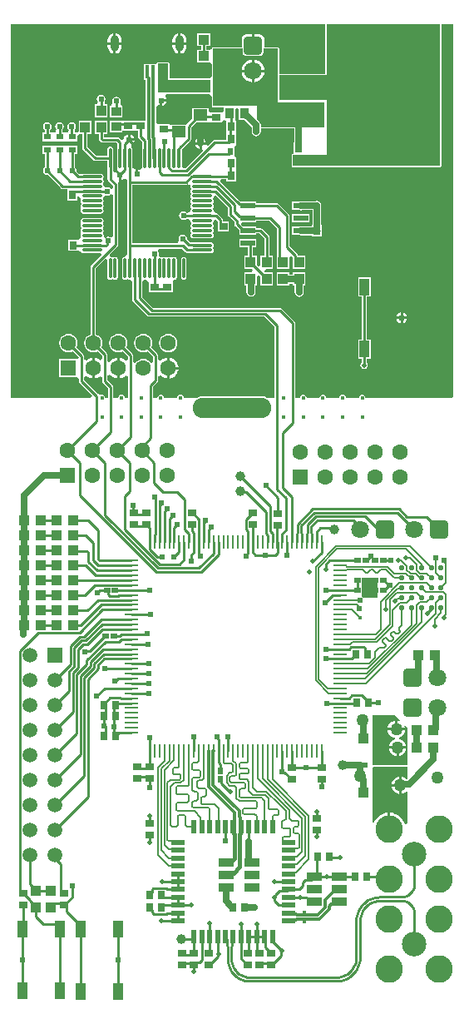
<source format=gtl>
G04*
G04 #@! TF.GenerationSoftware,Altium Limited,Altium Designer,20.0.13 (296)*
G04*
G04 Layer_Physical_Order=1*
G04 Layer_Color=255*
%FSLAX25Y25*%
%MOIN*%
G70*
G01*
G75*
%ADD11C,0.01000*%
%ADD63C,0.01025*%
%ADD64C,0.00500*%
%ADD65R,0.03150X0.03543*%
%ADD66R,0.06299X0.03504*%
%ADD67R,0.03543X0.03150*%
%ADD68R,0.04331X0.03937*%
%ADD69R,0.03937X0.06693*%
%ADD70C,0.03937*%
%ADD71R,0.00900X0.05800*%
%ADD72R,0.05800X0.00900*%
%ADD73R,0.05512X0.04724*%
%ADD74R,0.01575X0.05315*%
%ADD75R,0.06299X0.05512*%
%ADD76R,0.07480X0.07480*%
%ADD77R,0.05906X0.02362*%
%ADD78O,0.08268X0.01181*%
%ADD79O,0.01181X0.08268*%
%ADD80C,0.02165*%
%ADD81R,0.02000X0.05800*%
%ADD82R,0.05800X0.02000*%
%ADD83R,0.32284X0.41142*%
%ADD84R,0.13780X0.03740*%
%ADD85R,0.03937X0.04331*%
%ADD86R,0.02362X0.03150*%
%ADD87R,0.03150X0.02362*%
%ADD88R,0.01772X0.01968*%
%ADD89R,0.03701X0.04016*%
%ADD90R,0.04016X0.03701*%
%ADD91R,0.02500X0.01900*%
%ADD92R,0.01900X0.02500*%
%ADD93C,0.01609*%
%ADD94C,0.01300*%
%ADD95C,0.02500*%
%ADD96C,0.01007*%
%ADD97C,0.00800*%
G04:AMPARAMS|DCode=98|XSize=70.87mil|YSize=70.87mil|CornerRadius=8.86mil|HoleSize=0mil|Usage=FLASHONLY|Rotation=0.000|XOffset=0mil|YOffset=0mil|HoleType=Round|Shape=RoundedRectangle|*
%AMROUNDEDRECTD98*
21,1,0.07087,0.05315,0,0,0.0*
21,1,0.05315,0.07087,0,0,0.0*
1,1,0.01772,0.02657,-0.02657*
1,1,0.01772,-0.02657,-0.02657*
1,1,0.01772,-0.02657,0.02657*
1,1,0.01772,0.02657,0.02657*
%
%ADD98ROUNDEDRECTD98*%
%ADD99C,0.07087*%
%ADD100C,0.09843*%
%ADD101C,0.11024*%
%ADD102C,0.01575*%
%ADD103O,0.31496X0.08268*%
%ADD104O,0.03543X0.06299*%
%ADD105C,0.05906*%
%ADD106R,0.05906X0.05906*%
%ADD107C,0.06299*%
%ADD108R,0.06299X0.06299*%
G04:AMPARAMS|DCode=109|XSize=70.87mil|YSize=70.87mil|CornerRadius=8.86mil|HoleSize=0mil|Usage=FLASHONLY|Rotation=270.000|XOffset=0mil|YOffset=0mil|HoleType=Round|Shape=RoundedRectangle|*
%AMROUNDEDRECTD109*
21,1,0.07087,0.05315,0,0,270.0*
21,1,0.05315,0.07087,0,0,270.0*
1,1,0.01772,-0.02657,-0.02657*
1,1,0.01772,-0.02657,0.02657*
1,1,0.01772,0.02657,0.02657*
1,1,0.01772,0.02657,-0.02657*
%
%ADD109ROUNDEDRECTD109*%
%ADD110C,0.02400*%
%ADD111C,0.02000*%
%ADD112C,0.01968*%
%ADD113C,0.05000*%
%ADD114C,0.01772*%
G36*
X107000Y362500D02*
X125500D01*
Y352500D01*
X100084D01*
Y353284D01*
X99949Y353966D01*
X99562Y354545D01*
X98500Y355607D01*
X98500Y361000D01*
X81000D01*
X81000Y384000D01*
X92930D01*
Y382343D01*
X93037Y381802D01*
X93343Y381343D01*
X93802Y381037D01*
X94342Y380930D01*
X99657D01*
X100198Y381037D01*
X100657Y381343D01*
X100963Y381802D01*
X101070Y382343D01*
Y384000D01*
X107000D01*
Y362500D01*
D02*
G37*
G36*
X125959Y393701D02*
X125959Y373791D01*
X107541Y373791D01*
Y384000D01*
X107383Y384383D01*
X107000Y384541D01*
X101580D01*
Y387657D01*
X101434Y388393D01*
X101017Y389017D01*
X100393Y389434D01*
X99657Y389580D01*
X97500D01*
Y385000D01*
X96500D01*
Y389580D01*
X94342D01*
X93607Y389434D01*
X92983Y389017D01*
X92566Y388393D01*
X92420Y387657D01*
Y384541D01*
X81000D01*
X80617Y384383D01*
X80529Y384169D01*
X80127Y383772D01*
X79684Y383469D01*
X79459Y383469D01*
X78173D01*
Y385032D01*
X79819D01*
Y389968D01*
X74488D01*
Y385032D01*
X76134D01*
Y383469D01*
X74488D01*
Y378532D01*
X79459D01*
X80459Y377797D01*
Y372934D01*
X80000Y372041D01*
X63541D01*
Y377765D01*
X63541Y378000D01*
X63541Y378000D01*
X63383Y378383D01*
X63000Y378541D01*
X63000Y378541D01*
X62765Y378541D01*
X58800Y378541D01*
X58417Y378383D01*
X58259Y378000D01*
Y377839D01*
X53213D01*
Y371524D01*
X53949D01*
Y355213D01*
X49728D01*
Y355213D01*
X49272D01*
Y355213D01*
X44728D01*
X44608Y354940D01*
X39592D01*
Y350239D01*
X44608D01*
X44728Y351063D01*
X49272D01*
Y351063D01*
X49728D01*
Y351063D01*
X50980D01*
Y348626D01*
X51058Y348236D01*
X51279Y347905D01*
X52496Y346688D01*
Y344028D01*
X52488Y344016D01*
X52404Y343590D01*
Y336504D01*
X52479Y336126D01*
X52370Y335979D01*
X51717Y335433D01*
X51358Y335672D01*
X51000Y335744D01*
Y333600D01*
X50000D01*
Y335744D01*
X49642Y335672D01*
X49630Y335665D01*
X48910Y335954D01*
X48666Y336223D01*
X48722Y336504D01*
Y343590D01*
X48638Y344016D01*
X48397Y344377D01*
X48342Y344593D01*
X48398Y345488D01*
X48886Y345814D01*
X49372Y346542D01*
X49444Y346900D01*
X47300D01*
Y347400D01*
X46800D01*
Y349544D01*
X46442Y349472D01*
X45714Y348986D01*
X45228Y348258D01*
X45132Y347780D01*
X44108Y347434D01*
X43421Y348121D01*
X43090Y348342D01*
X42700Y348420D01*
X37120D01*
Y349688D01*
X38568D01*
Y355019D01*
X33632D01*
Y349688D01*
X35080D01*
Y347986D01*
X35158Y347596D01*
X35379Y347265D01*
X35965Y346679D01*
X36296Y346458D01*
X36686Y346380D01*
X42278D01*
X42654Y346005D01*
Y344028D01*
X42646Y344016D01*
X42561Y343590D01*
Y336504D01*
X42646Y336078D01*
X42719Y335541D01*
X42233Y335033D01*
X42014Y334886D01*
X41756Y334500D01*
X40756Y334803D01*
Y336067D01*
X40764Y336078D01*
X40848Y336504D01*
Y343590D01*
X40764Y344016D01*
X40523Y344377D01*
X40162Y344618D01*
X39736Y344703D01*
X39311Y344618D01*
X38950Y344377D01*
X38709Y344016D01*
X38624Y343590D01*
Y341067D01*
X34175D01*
X30620Y344622D01*
Y349688D01*
X32068D01*
Y355019D01*
X27132D01*
Y351010D01*
X26823Y350583D01*
X26575Y350240D01*
X26320Y350240D01*
X25778Y350486D01*
X25710Y350754D01*
X25615Y351609D01*
X25901Y352037D01*
X26033Y352700D01*
X25901Y353363D01*
X25526Y353926D01*
X24963Y354301D01*
X24300Y354433D01*
X23637Y354301D01*
X23074Y353926D01*
X22699Y353363D01*
X22567Y352700D01*
X22699Y352037D01*
X23074Y351474D01*
X22741Y350502D01*
X22425Y350240D01*
X21575D01*
X21425Y350240D01*
X20420D01*
Y351337D01*
X20626Y351474D01*
X21001Y352037D01*
X21133Y352700D01*
X21001Y353363D01*
X20626Y353926D01*
X20063Y354301D01*
X19400Y354433D01*
X18737Y354301D01*
X18174Y353926D01*
X17799Y353363D01*
X17667Y352700D01*
X17799Y352037D01*
X18080Y351616D01*
X17987Y350734D01*
X17924Y350485D01*
X17425Y350240D01*
X16520D01*
X15691Y350429D01*
X15657Y351429D01*
X15726Y351474D01*
X16101Y352037D01*
X16233Y352700D01*
X16101Y353363D01*
X15726Y353926D01*
X15163Y354301D01*
X14500Y354433D01*
X13837Y354301D01*
X13274Y353926D01*
X12899Y353363D01*
X12767Y352700D01*
X12899Y352037D01*
X13274Y351474D01*
X13480Y351337D01*
Y350240D01*
X12425D01*
Y346878D01*
X16425D01*
X16575Y346878D01*
X17425D01*
X17575Y346878D01*
X21425D01*
X21575Y346878D01*
X22425D01*
X22575Y346878D01*
X26575D01*
Y348919D01*
X26883Y349345D01*
X27132Y349688D01*
X27410Y349688D01*
X28580D01*
Y344200D01*
X28658Y343810D01*
X28879Y343479D01*
X33032Y339326D01*
X33363Y339105D01*
X33753Y339028D01*
X38624D01*
Y336504D01*
X38709Y336078D01*
X38717Y336067D01*
Y331783D01*
X38794Y331393D01*
X39015Y331062D01*
X40980Y329097D01*
Y327997D01*
X39980Y327694D01*
X39826Y327926D01*
X39263Y328301D01*
X38600Y328433D01*
X38027Y328319D01*
X37588Y328562D01*
X37086Y328936D01*
X37023Y329252D01*
X36845Y329811D01*
X37023Y330370D01*
X37108Y330795D01*
X37023Y331221D01*
X36782Y331581D01*
Y331978D01*
X37023Y332338D01*
X37108Y332764D01*
X37023Y333189D01*
X36782Y333550D01*
X36422Y333791D01*
X35996Y333876D01*
X28909D01*
X28484Y333791D01*
X28472Y333783D01*
X27159D01*
X26185Y334757D01*
X26233Y335000D01*
X26101Y335663D01*
X25726Y336226D01*
X25520Y336363D01*
Y341760D01*
X26575D01*
Y345122D01*
X22425D01*
Y345122D01*
X21575D01*
Y345122D01*
X17425D01*
Y345122D01*
X16575D01*
Y345122D01*
X12425D01*
Y341760D01*
X13480D01*
Y336363D01*
X13274Y336226D01*
X12899Y335663D01*
X12767Y335000D01*
X12899Y334337D01*
X13274Y333774D01*
X13837Y333399D01*
X14500Y333267D01*
X14743Y333315D01*
X19952Y328106D01*
X20283Y327885D01*
X20673Y327807D01*
X21543D01*
X22487Y327672D01*
Y323128D01*
X26637D01*
Y324795D01*
X26850Y324863D01*
X27279Y324697D01*
X27971Y324187D01*
X28060Y323905D01*
X27882Y323347D01*
X27797Y322921D01*
X27882Y322496D01*
X28123Y322135D01*
Y321739D01*
X27882Y321378D01*
X27797Y320953D01*
X27882Y320527D01*
X28060Y319969D01*
X27882Y319410D01*
X27797Y318984D01*
X27882Y318559D01*
X28123Y318198D01*
X28484Y317957D01*
X28909Y317872D01*
X35996D01*
X36422Y317957D01*
X36782Y318198D01*
X37023Y318559D01*
X37108Y318984D01*
X37023Y319410D01*
X36845Y319969D01*
X37023Y320527D01*
X37108Y320953D01*
X37023Y321378D01*
X36782Y321739D01*
Y322135D01*
X37023Y322496D01*
X37108Y322921D01*
X37023Y323347D01*
X36845Y323905D01*
X37023Y324464D01*
X37031Y324501D01*
X37817Y325020D01*
X38086Y325069D01*
X38600Y324967D01*
X39263Y325099D01*
X39826Y325474D01*
X39980Y325706D01*
X40980Y325403D01*
Y308733D01*
X40811Y308596D01*
X39980Y308290D01*
X39663Y308501D01*
X39000Y308633D01*
X38337Y308501D01*
X37843Y308172D01*
X37760Y308137D01*
X37023Y308716D01*
X37108Y309142D01*
X37023Y309567D01*
X36845Y310126D01*
X37023Y310685D01*
X37108Y311110D01*
X37023Y311536D01*
X36782Y311896D01*
Y312293D01*
X37023Y312653D01*
X37108Y313079D01*
X37023Y313504D01*
X36845Y314063D01*
X37023Y314622D01*
X37108Y315047D01*
X37023Y315473D01*
X36782Y315833D01*
X36422Y316074D01*
X35996Y316159D01*
X28909D01*
X28484Y316074D01*
X28123Y315833D01*
X27882Y315473D01*
X27797Y315047D01*
X27882Y314622D01*
X28060Y314063D01*
X27882Y313504D01*
X27797Y313079D01*
X27882Y312653D01*
X28123Y312293D01*
Y311896D01*
X27882Y311536D01*
X27797Y311110D01*
X27882Y310685D01*
X28060Y310126D01*
X27882Y309567D01*
X27797Y309142D01*
X27882Y308716D01*
X28010Y308525D01*
X27767Y307904D01*
X26937Y307476D01*
X26937Y307476D01*
X26937Y307476D01*
X22787D01*
Y302933D01*
X26937D01*
X26937Y302933D01*
X27885Y302807D01*
X28123Y302450D01*
X28484Y302209D01*
X28909Y302124D01*
X35768D01*
X36113Y301576D01*
X36204Y301146D01*
X32279Y297221D01*
X32058Y296890D01*
X31980Y296500D01*
Y269528D01*
X31159Y269188D01*
X30397Y268603D01*
X29812Y267841D01*
X29444Y266953D01*
X29319Y266000D01*
X29444Y265047D01*
X29812Y264159D01*
X30397Y263397D01*
X31159Y262812D01*
X32047Y262444D01*
X33000Y262319D01*
X33953Y262444D01*
X34774Y262784D01*
X36630Y260928D01*
Y259646D01*
X35630Y259212D01*
X35093Y259625D01*
X34083Y260043D01*
X33500Y260120D01*
Y256000D01*
Y251880D01*
X34083Y251957D01*
X35093Y252375D01*
X35630Y252788D01*
X36630Y252354D01*
Y250850D01*
X36708Y250460D01*
X36929Y250129D01*
X38980Y248078D01*
Y244094D01*
X37730D01*
X37630Y244597D01*
X37345Y245023D01*
X36920Y245307D01*
X36417Y245407D01*
X36076Y245339D01*
X35859Y245322D01*
X34862Y245588D01*
X34781Y245661D01*
X29277Y251165D01*
Y252415D01*
X29489Y252589D01*
X30277Y252859D01*
X30907Y252375D01*
X31917Y251957D01*
X32500Y251880D01*
Y256000D01*
Y260120D01*
X31917Y260043D01*
X30907Y259625D01*
X30277Y259141D01*
X29489Y259411D01*
X29277Y259585D01*
Y260743D01*
X29199Y261133D01*
X28978Y261464D01*
X26216Y264226D01*
X26556Y265047D01*
X26681Y266000D01*
X26556Y266953D01*
X26188Y267841D01*
X25603Y268603D01*
X24840Y269188D01*
X23953Y269556D01*
X23000Y269681D01*
X22047Y269556D01*
X21159Y269188D01*
X20397Y268603D01*
X19812Y267841D01*
X19444Y266953D01*
X19319Y266000D01*
X19444Y265047D01*
X19812Y264159D01*
X20397Y263397D01*
X21159Y262812D01*
X22047Y262444D01*
X23000Y262319D01*
X23953Y262444D01*
X24774Y262784D01*
X27092Y260467D01*
X26494Y259650D01*
X26237Y259650D01*
X19350D01*
Y252350D01*
X26237D01*
X26650Y252350D01*
X27237Y251594D01*
Y250743D01*
X27315Y250353D01*
X27536Y250022D01*
X32464Y245094D01*
X32049Y244094D01*
X0D01*
Y393701D01*
X125959Y393701D01*
D02*
G37*
G36*
X172000Y337000D02*
X113000D01*
Y341243D01*
X126500Y341243D01*
X126500Y363500D01*
X107541Y363500D01*
Y373250D01*
X126500Y373250D01*
X126500Y393701D01*
X172000Y393701D01*
Y337000D01*
D02*
G37*
G36*
X63000Y371500D02*
X80000D01*
X80000Y366300D01*
X58800Y366300D01*
X58800Y378000D01*
X63000Y378000D01*
Y371500D01*
D02*
G37*
G36*
X80386Y365008D02*
X80459Y364866D01*
Y361235D01*
X80459Y361000D01*
X80459Y361000D01*
X80617Y360617D01*
X81000Y360459D01*
X81000Y360459D01*
X81235Y360459D01*
X84161D01*
X85139Y360408D01*
Y359202D01*
X84572Y358437D01*
X80028D01*
X79244Y358958D01*
Y360209D01*
X72732D01*
Y355926D01*
X70362Y353556D01*
X70335Y353516D01*
X64071D01*
X64071Y353516D01*
X63372Y353713D01*
X63372Y353713D01*
X63152Y353713D01*
X58828D01*
X58173Y354441D01*
Y360706D01*
X59172Y361241D01*
X59342Y361128D01*
X59700Y361056D01*
Y363200D01*
X60200D01*
Y363700D01*
X62344D01*
X62272Y364058D01*
X61804Y364759D01*
X61836Y364928D01*
X62130Y365759D01*
X79459Y365759D01*
X80386Y365008D01*
D02*
G37*
G36*
X86163Y355072D02*
Y350528D01*
X86163D01*
Y349872D01*
X86163D01*
Y347348D01*
X81623D01*
X81233Y347270D01*
X80902Y347049D01*
X78991Y345139D01*
X78315Y345500D01*
X76400D01*
Y343585D01*
X76761Y342909D01*
X69786Y335933D01*
X69313D01*
X68407Y336504D01*
Y343316D01*
X68615Y343627D01*
X68646Y343780D01*
X71804Y346938D01*
X72025Y347269D01*
X72102Y347659D01*
Y352412D01*
X74174Y354484D01*
X79244D01*
X79244Y354484D01*
X80028Y354287D01*
X80028Y354287D01*
X80163Y354287D01*
X84572D01*
Y354627D01*
X85139Y355392D01*
X85296D01*
X86163Y355072D01*
D02*
G37*
G36*
X177165Y393701D02*
X177236Y244802D01*
X176529Y244094D01*
X142061D01*
X141961Y244597D01*
X141676Y245023D01*
X141250Y245307D01*
X140748Y245407D01*
X140246Y245307D01*
X139820Y245023D01*
X139535Y244597D01*
X139435Y244094D01*
X134187D01*
X134087Y244597D01*
X133802Y245023D01*
X133376Y245307D01*
X132874Y245407D01*
X132372Y245307D01*
X131946Y245023D01*
X131661Y244597D01*
X131561Y244094D01*
X126313D01*
X126213Y244597D01*
X125928Y245023D01*
X125502Y245307D01*
X125000Y245407D01*
X124498Y245307D01*
X124072Y245023D01*
X123787Y244597D01*
X123687Y244094D01*
X118439D01*
X118339Y244597D01*
X118054Y245023D01*
X117628Y245307D01*
X117126Y245407D01*
X116624Y245307D01*
X116198Y245023D01*
X115913Y244597D01*
X115813Y244094D01*
X114020D01*
Y274000D01*
X113942Y274390D01*
X113721Y274721D01*
X108621Y279821D01*
X108290Y280042D01*
X107900Y280120D01*
X56822D01*
X52567Y284375D01*
Y290544D01*
X52653Y290682D01*
X53516Y291298D01*
X53941Y291382D01*
X54113Y291437D01*
X54608Y291162D01*
X55181Y290437D01*
X55181Y290437D01*
X55181Y290437D01*
Y286287D01*
X59724D01*
Y286287D01*
X60328D01*
Y286287D01*
X64872D01*
Y290369D01*
X65099Y291343D01*
X65327Y291298D01*
X65752Y291382D01*
X66113Y291623D01*
X66354Y291984D01*
X66439Y292409D01*
Y299496D01*
X66354Y299922D01*
X66113Y300282D01*
X65752Y300523D01*
X65327Y300608D01*
X64901Y300523D01*
X64342Y300345D01*
X63784Y300523D01*
X63358Y300608D01*
X62933Y300523D01*
X62374Y300345D01*
X61815Y300523D01*
X61390Y300608D01*
X60964Y300523D01*
X60603Y300282D01*
X60207D01*
X59880Y300501D01*
X59342Y300939D01*
X59190Y301582D01*
X59233Y301800D01*
X59101Y302463D01*
X58823Y302880D01*
X58987Y303456D01*
X59246Y303880D01*
X68474D01*
X69839Y302515D01*
X70170Y302294D01*
X70560Y302217D01*
X72567D01*
X72578Y302209D01*
X73004Y302124D01*
X80091D01*
X80516Y302209D01*
X80877Y302450D01*
X81118Y302811D01*
X81203Y303236D01*
X81118Y303662D01*
X80877Y304023D01*
Y304418D01*
X81118Y304779D01*
X81203Y305205D01*
X81118Y305630D01*
X80877Y305991D01*
X80516Y306232D01*
X80091Y306317D01*
X73004D01*
X72714Y306259D01*
X71783D01*
X70485Y307557D01*
X70533Y307800D01*
X70401Y308463D01*
X70026Y309026D01*
X69463Y309401D01*
X68800Y309533D01*
X68137Y309401D01*
X67574Y309026D01*
X67199Y308463D01*
X67067Y307800D01*
X67199Y307137D01*
X67344Y306920D01*
X66891Y305920D01*
X48630D01*
Y329480D01*
X70163D01*
X70553Y329558D01*
X70598Y329588D01*
X71531Y329409D01*
X71784Y329265D01*
X71928Y329007D01*
X71892Y328827D01*
X71977Y328401D01*
X72218Y328041D01*
Y327644D01*
X71977Y327284D01*
X71892Y326858D01*
X71977Y326433D01*
X72218Y326072D01*
Y325676D01*
X71977Y325315D01*
X71892Y324890D01*
X71977Y324464D01*
X72218Y324103D01*
Y323708D01*
X71977Y323347D01*
X71892Y322921D01*
X71977Y322496D01*
X72218Y322135D01*
Y321739D01*
X71977Y321378D01*
X71892Y320953D01*
X71977Y320527D01*
X72218Y320166D01*
Y319771D01*
X71977Y319410D01*
X71892Y318984D01*
X71360Y318227D01*
X70353Y318185D01*
X70326Y318226D01*
X69763Y318601D01*
X69100Y318733D01*
X68437Y318601D01*
X67874Y318226D01*
X67499Y317663D01*
X67367Y317000D01*
X67499Y316337D01*
X67874Y315774D01*
X68437Y315399D01*
X69100Y315267D01*
X69763Y315399D01*
X70326Y315774D01*
X70344Y315802D01*
X71367Y315771D01*
X71892Y315047D01*
X71977Y314622D01*
X72218Y314261D01*
Y313865D01*
X71977Y313504D01*
X71892Y313079D01*
X71977Y312653D01*
X72218Y312293D01*
Y311896D01*
X71977Y311536D01*
X71892Y311110D01*
X71977Y310685D01*
X72218Y310324D01*
Y309928D01*
X71977Y309567D01*
X71892Y309142D01*
X71977Y308716D01*
X72218Y308355D01*
X72578Y308114D01*
X73004Y308030D01*
X80091D01*
X80516Y308114D01*
X80877Y308355D01*
X81118Y308716D01*
X81203Y309142D01*
X81118Y309567D01*
X80877Y309928D01*
Y310324D01*
X81118Y310685D01*
X81203Y311110D01*
X81118Y311536D01*
X80877Y311896D01*
Y312293D01*
X81118Y312653D01*
X81203Y313079D01*
X81118Y313504D01*
X80877Y313865D01*
Y314261D01*
X81118Y314622D01*
X81203Y315047D01*
X81290Y315197D01*
X81996Y315398D01*
X82809Y314721D01*
Y313837D01*
X82828Y313738D01*
Y310687D01*
X87372D01*
Y314837D01*
X84848D01*
Y315369D01*
X84770Y315759D01*
X84549Y316090D01*
X82902Y317737D01*
X82571Y317958D01*
X82181Y318035D01*
X81956D01*
X81818Y318122D01*
X81203Y318984D01*
X81118Y319410D01*
X80877Y319771D01*
Y320166D01*
X81118Y320527D01*
X81203Y320953D01*
X81118Y321378D01*
X80877Y321739D01*
Y322135D01*
X81118Y322496D01*
X81203Y322921D01*
X81118Y323347D01*
X80877Y323708D01*
Y324103D01*
X81118Y324464D01*
X81172Y324736D01*
X81659Y325014D01*
X82170Y325153D01*
X86980Y320342D01*
Y317500D01*
X87058Y317110D01*
X87279Y316779D01*
X89480Y314578D01*
Y313598D01*
X89558Y313208D01*
X89779Y312877D01*
X91417Y311239D01*
Y309319D01*
X98323D01*
Y309980D01*
X99578D01*
X101480Y308078D01*
Y301012D01*
X100031D01*
Y297181D01*
X99142Y296799D01*
X98469Y297352D01*
Y301012D01*
X97020D01*
Y304319D01*
X98323D01*
Y307681D01*
X91417D01*
Y304319D01*
X94980D01*
Y301012D01*
X93532D01*
Y295681D01*
X96657D01*
X96919Y295319D01*
X96409Y294319D01*
X93532D01*
Y288988D01*
X94316D01*
Y286400D01*
X94451Y285717D01*
X94838Y285138D01*
X95417Y284752D01*
X96100Y284616D01*
X96783Y284752D01*
X97362Y285138D01*
X97749Y285717D01*
X97884Y286400D01*
Y288988D01*
X98469D01*
Y292793D01*
X99396Y293200D01*
X100031Y292696D01*
Y288988D01*
X104969D01*
Y294319D01*
X101903D01*
X101629Y294681D01*
X102127Y295681D01*
X104969D01*
Y301012D01*
X103520D01*
Y308500D01*
X103442Y308890D01*
X103221Y309221D01*
X100721Y311721D01*
X100390Y311942D01*
X100000Y312020D01*
X98323D01*
Y312681D01*
X92890D01*
X92270Y313437D01*
X92636Y314319D01*
X98323D01*
Y314980D01*
X103578D01*
X106480Y312078D01*
Y300598D01*
X106512Y300439D01*
Y299815D01*
X106532Y299716D01*
Y295681D01*
X111469D01*
Y300500D01*
X112359Y300939D01*
X113012Y300425D01*
Y299815D01*
X113031Y299716D01*
Y295681D01*
X117968D01*
Y301012D01*
X115042D01*
X114973Y301359D01*
X114752Y301690D01*
X111520Y304922D01*
Y317000D01*
X111442Y317390D01*
X111221Y317721D01*
X107221Y321721D01*
X106890Y321942D01*
X106500Y322020D01*
X98323D01*
Y322681D01*
X94288D01*
X94189Y322701D01*
X91870D01*
X83827Y330744D01*
X84241Y331744D01*
X86163D01*
Y330728D01*
X90313D01*
Y335272D01*
X90313D01*
Y335728D01*
X90313D01*
Y340272D01*
X90313D01*
X89722Y340725D01*
Y344875D01*
X90313Y345328D01*
X90313D01*
Y349872D01*
X90313D01*
Y350528D01*
X90313D01*
Y355072D01*
X90313D01*
X89840Y355392D01*
Y359769D01*
X90600Y360220D01*
X91360Y359769D01*
Y355392D01*
X93537D01*
X93869Y355060D01*
X94263Y354797D01*
X96516Y352544D01*
Y350600D01*
X96652Y349917D01*
X97038Y349338D01*
X97617Y348952D01*
X98300Y348816D01*
X98983Y348952D01*
X99562Y349338D01*
X99949Y349917D01*
X100084Y350600D01*
Y351959D01*
X113578D01*
Y346272D01*
X113287D01*
Y342071D01*
X113000Y341784D01*
X113000Y341784D01*
X112617Y341625D01*
X112459Y341243D01*
X112459Y341243D01*
X112459Y341008D01*
Y337000D01*
X112617Y336617D01*
X113000Y336459D01*
X172000D01*
X172383Y336617D01*
X172541Y337000D01*
Y393701D01*
X177165D01*
D02*
G37*
G36*
X44100Y331156D02*
X44458Y331228D01*
X45186Y331714D01*
X46388Y331712D01*
X46591Y331543D01*
Y330500D01*
Y304900D01*
Y301361D01*
X46505Y301223D01*
X45642Y300608D01*
X45216Y300523D01*
X44855Y300282D01*
X44614Y299922D01*
X44530Y299496D01*
Y292409D01*
X44614Y291984D01*
X44855Y291623D01*
X45216Y291382D01*
X45642Y291298D01*
X46067Y291382D01*
X46626Y291560D01*
X47185Y291382D01*
X47610Y291298D01*
X48473Y290682D01*
X48559Y290544D01*
Y283395D01*
X48637Y283005D01*
X48858Y282674D01*
X54653Y276879D01*
X54984Y276658D01*
X55374Y276580D01*
X101478D01*
X105480Y272578D01*
Y244094D01*
X102678D01*
X102534Y244205D01*
X101407Y244672D01*
X100197Y244831D01*
X76968D01*
X75759Y244672D01*
X74632Y244205D01*
X74487Y244094D01*
X69226D01*
X69126Y244597D01*
X68841Y245023D01*
X68416Y245307D01*
X67913Y245407D01*
X67411Y245307D01*
X66985Y245023D01*
X66701Y244597D01*
X66601Y244094D01*
X61352D01*
X61252Y244597D01*
X60967Y245023D01*
X60542Y245307D01*
X60039Y245407D01*
X59537Y245307D01*
X59111Y245023D01*
X58827Y244597D01*
X58727Y244094D01*
X57020D01*
Y248578D01*
X58721Y250279D01*
X58942Y250610D01*
X59020Y251000D01*
Y252728D01*
X60020Y253068D01*
X60040Y253041D01*
X60907Y252375D01*
X61917Y251957D01*
X62500Y251880D01*
Y256000D01*
Y260120D01*
X61917Y260043D01*
X60907Y259625D01*
X60040Y258960D01*
X60020Y258932D01*
X59020Y259272D01*
Y261000D01*
X58942Y261390D01*
X58721Y261721D01*
X56216Y264226D01*
X56556Y265047D01*
X56681Y266000D01*
X56556Y266953D01*
X56188Y267841D01*
X55603Y268603D01*
X54840Y269188D01*
X53953Y269556D01*
X53000Y269681D01*
X52047Y269556D01*
X51160Y269188D01*
X50397Y268603D01*
X49812Y267841D01*
X49444Y266953D01*
X49319Y266000D01*
X49444Y265047D01*
X49812Y264159D01*
X50397Y263397D01*
X51160Y262812D01*
X52047Y262444D01*
X53000Y262319D01*
X53953Y262444D01*
X54774Y262784D01*
X56980Y260578D01*
Y258450D01*
X55980Y258111D01*
X55603Y258603D01*
X54840Y259188D01*
X53953Y259556D01*
X53000Y259681D01*
X52047Y259556D01*
X51160Y259188D01*
X50397Y258603D01*
X50020Y258111D01*
X49020Y258450D01*
Y261000D01*
X48942Y261390D01*
X48721Y261721D01*
X46216Y264226D01*
X46556Y265047D01*
X46681Y266000D01*
X46556Y266953D01*
X46188Y267841D01*
X45603Y268603D01*
X44840Y269188D01*
X43953Y269556D01*
X43000Y269681D01*
X42047Y269556D01*
X41159Y269188D01*
X40397Y268603D01*
X39812Y267841D01*
X39444Y266953D01*
X39319Y266000D01*
X39444Y265047D01*
X39812Y264159D01*
X40397Y263397D01*
X41159Y262812D01*
X42047Y262444D01*
X43000Y262319D01*
X43953Y262444D01*
X44774Y262784D01*
X46980Y260578D01*
Y259272D01*
X45980Y258932D01*
X45959Y258960D01*
X45093Y259625D01*
X44083Y260043D01*
X43500Y260120D01*
Y256000D01*
Y251880D01*
X44083Y251957D01*
X45093Y252375D01*
X45959Y253041D01*
X45980Y253068D01*
X46980Y252728D01*
Y244094D01*
X45604D01*
X45504Y244597D01*
X45219Y245023D01*
X44794Y245307D01*
X44291Y245407D01*
X43789Y245307D01*
X43363Y245023D01*
X43079Y244597D01*
X42979Y244094D01*
X41020D01*
Y248500D01*
X40942Y248890D01*
X40721Y249221D01*
X38669Y251273D01*
Y253185D01*
X39669Y253524D01*
X40040Y253041D01*
X40907Y252375D01*
X41917Y251957D01*
X42500Y251880D01*
Y256000D01*
Y260120D01*
X41917Y260043D01*
X40907Y259625D01*
X40040Y258960D01*
X39669Y258476D01*
X38669Y258815D01*
Y261350D01*
X38592Y261741D01*
X38371Y262071D01*
X36216Y264226D01*
X36556Y265047D01*
X36681Y266000D01*
X36556Y266953D01*
X36188Y267841D01*
X35603Y268603D01*
X34841Y269188D01*
X34020Y269528D01*
Y296078D01*
X37646Y299704D01*
X38076Y299613D01*
X38624Y299268D01*
Y292409D01*
X38709Y291984D01*
X38950Y291623D01*
X39311Y291382D01*
X39736Y291298D01*
X40162Y291382D01*
X40720Y291560D01*
X41279Y291382D01*
X41705Y291298D01*
X42130Y291382D01*
X42491Y291623D01*
X42732Y291984D01*
X42817Y292409D01*
Y299496D01*
X42732Y299922D01*
X42491Y300282D01*
X42130Y300523D01*
X41705Y300608D01*
X41279Y300523D01*
X40720Y300345D01*
X40162Y300523D01*
X39926Y300570D01*
X39625Y301129D01*
X39528Y301586D01*
X42721Y304779D01*
X42942Y305110D01*
X43020Y305500D01*
Y329519D01*
X42942Y329909D01*
X42742Y330208D01*
X42770Y330322D01*
X43100Y330877D01*
Y333300D01*
X44100D01*
Y331156D01*
D02*
G37*
G36*
X146806Y164000D02*
X141176D01*
X141026Y164226D01*
X140500Y164577D01*
Y165550D01*
X140650D01*
Y168450D01*
X140500D01*
Y169550D01*
X140650D01*
Y172200D01*
X146806D01*
Y164000D01*
D02*
G37*
G36*
X155886Y115114D02*
X155603Y114690D01*
X155314Y114810D01*
X154900Y114864D01*
Y111900D01*
X157864D01*
X157810Y112314D01*
X157690Y112603D01*
X158114Y112886D01*
X159000Y112000D01*
Y97000D01*
X145153D01*
X144962Y97462D01*
X145000Y97500D01*
Y117000D01*
X154000D01*
X155886Y115114D01*
D02*
G37*
G36*
X159000Y91618D02*
X158527Y91457D01*
X158496Y91496D01*
X157765Y92057D01*
X156914Y92410D01*
X156500Y92464D01*
Y89000D01*
Y85536D01*
X156914Y85590D01*
X157765Y85943D01*
X158496Y86504D01*
X158527Y86543D01*
X159000Y86383D01*
Y74000D01*
X158229Y73229D01*
X157744Y73350D01*
X157545Y74004D01*
X156941Y75135D01*
X156127Y76127D01*
X155135Y76941D01*
X154004Y77545D01*
X152777Y77918D01*
X152000Y77994D01*
Y71500D01*
X151000D01*
Y77994D01*
X150224Y77918D01*
X148996Y77545D01*
X147865Y76941D01*
X146873Y76127D01*
X146059Y75135D01*
X145500Y74089D01*
X145218Y74095D01*
X145000Y74178D01*
X145000Y95997D01*
X145153Y96459D01*
X159000D01*
Y91618D01*
D02*
G37*
%LPC*%
G36*
X97500Y379517D02*
Y375500D01*
X101517D01*
X101426Y376186D01*
X100969Y377291D01*
X100240Y378240D01*
X99291Y378969D01*
X98186Y379426D01*
X97500Y379517D01*
D02*
G37*
G36*
X96500D02*
X95814Y379426D01*
X94709Y378969D01*
X93760Y378240D01*
X93031Y377291D01*
X92574Y376186D01*
X92483Y375500D01*
X96500D01*
Y379517D01*
D02*
G37*
G36*
X101517Y374500D02*
X97500D01*
Y370483D01*
X98186Y370574D01*
X99291Y371031D01*
X100240Y371760D01*
X100969Y372709D01*
X101426Y373814D01*
X101517Y374500D01*
D02*
G37*
G36*
X96500D02*
X92483D01*
X92574Y373814D01*
X93031Y372709D01*
X93760Y371760D01*
X94709Y371031D01*
X95814Y370574D01*
X96500Y370483D01*
Y374500D01*
D02*
G37*
G36*
X42008Y390108D02*
Y386500D01*
X44303D01*
Y387378D01*
X44208Y388102D01*
X43929Y388776D01*
X43485Y389355D01*
X42906Y389799D01*
X42231Y390078D01*
X42008Y390108D01*
D02*
G37*
G36*
X67992D02*
Y386500D01*
X70288D01*
Y387378D01*
X70192Y388102D01*
X69913Y388776D01*
X69469Y389355D01*
X68890Y389799D01*
X68216Y390078D01*
X67992Y390108D01*
D02*
G37*
G36*
X66992D02*
X66769Y390078D01*
X66094Y389799D01*
X65515Y389355D01*
X65071Y388776D01*
X64792Y388102D01*
X64697Y387378D01*
Y386500D01*
X66992D01*
Y390108D01*
D02*
G37*
G36*
X41008D02*
X40784Y390078D01*
X40110Y389799D01*
X39531Y389355D01*
X39087Y388776D01*
X38808Y388102D01*
X38712Y387378D01*
Y386500D01*
X41008D01*
Y390108D01*
D02*
G37*
G36*
X44303Y385500D02*
X42008D01*
Y381892D01*
X42231Y381922D01*
X42906Y382201D01*
X43485Y382645D01*
X43929Y383224D01*
X44208Y383898D01*
X44303Y384622D01*
Y385500D01*
D02*
G37*
G36*
X70288D02*
X67992D01*
Y381892D01*
X68216Y381922D01*
X68890Y382201D01*
X69469Y382645D01*
X69913Y383224D01*
X70192Y383898D01*
X70288Y384622D01*
Y385500D01*
D02*
G37*
G36*
X66992D02*
X64697D01*
Y384622D01*
X64792Y383898D01*
X65071Y383224D01*
X65515Y382645D01*
X66094Y382201D01*
X66769Y381922D01*
X66992Y381892D01*
Y385500D01*
D02*
G37*
G36*
X41008D02*
X38712D01*
Y384622D01*
X38808Y383898D01*
X39087Y383224D01*
X39531Y382645D01*
X40110Y382201D01*
X40784Y381922D01*
X41008Y381892D01*
Y385500D01*
D02*
G37*
G36*
X42200Y364633D02*
X41537Y364501D01*
X40974Y364126D01*
X40599Y363563D01*
X40467Y362900D01*
X40599Y362237D01*
X40650Y362161D01*
X40115Y361161D01*
X39592D01*
Y356460D01*
X44608D01*
Y361161D01*
X44285D01*
X43751Y362161D01*
X43801Y362237D01*
X43933Y362900D01*
X43801Y363563D01*
X43426Y364126D01*
X42863Y364501D01*
X42200Y364633D01*
D02*
G37*
G36*
X36100Y365533D02*
X35437Y365401D01*
X34874Y365026D01*
X34499Y364463D01*
X34367Y363800D01*
X34499Y363137D01*
X34782Y362712D01*
X34626Y362154D01*
X34365Y361712D01*
X33632D01*
Y356381D01*
X38568D01*
Y361712D01*
X37835D01*
X37574Y362154D01*
X37418Y362712D01*
X37701Y363137D01*
X37833Y363800D01*
X37701Y364463D01*
X37326Y365026D01*
X36763Y365401D01*
X36100Y365533D01*
D02*
G37*
G36*
X47800Y349544D02*
Y347900D01*
X49444D01*
X49372Y348258D01*
X48886Y348986D01*
X48158Y349472D01*
X47800Y349544D01*
D02*
G37*
G36*
X62344Y362700D02*
X60700D01*
Y361056D01*
X61058Y361128D01*
X61786Y361614D01*
X62272Y362342D01*
X62344Y362700D01*
D02*
G37*
G36*
X76400Y348144D02*
Y346500D01*
X78044D01*
X77972Y346858D01*
X77486Y347586D01*
X76758Y348072D01*
X76400Y348144D01*
D02*
G37*
G36*
X75400D02*
X75042Y348072D01*
X74314Y347586D01*
X73828Y346858D01*
X73756Y346500D01*
X75400D01*
Y348144D01*
D02*
G37*
G36*
Y345500D02*
X73756D01*
X73828Y345142D01*
X74314Y344414D01*
X75042Y343928D01*
X75400Y343856D01*
Y345500D01*
D02*
G37*
G36*
X122600Y322984D02*
X121941Y322853D01*
X116199D01*
X116199Y322853D01*
X115516Y322717D01*
X115462Y322681D01*
X112677D01*
Y319319D01*
X115611D01*
X116130Y319216D01*
X116476Y319285D01*
X120816D01*
Y313272D01*
X120563D01*
Y312784D01*
X116130D01*
X115611Y312681D01*
X112677D01*
Y309319D01*
X115611D01*
X116130Y309216D01*
X120563D01*
Y308728D01*
X124713D01*
Y313272D01*
X124384D01*
Y321200D01*
X124249Y321883D01*
X123862Y322462D01*
X123283Y322849D01*
X122600Y322984D01*
D02*
G37*
G36*
X119583Y317681D02*
X112677D01*
Y314319D01*
X119583D01*
Y317681D01*
D02*
G37*
G36*
X117968Y294319D02*
X113031D01*
Y293438D01*
X111469D01*
Y294319D01*
X106532D01*
Y288988D01*
X111469D01*
Y289869D01*
X113031D01*
Y288988D01*
X113716D01*
Y286300D01*
X113851Y285617D01*
X114238Y285038D01*
X114817Y284651D01*
X115500Y284516D01*
X116183Y284651D01*
X116762Y285038D01*
X117148Y285617D01*
X117284Y286300D01*
Y288988D01*
X117968D01*
Y294319D01*
D02*
G37*
G36*
X69264Y300608D02*
X68838Y300523D01*
X68477Y300282D01*
X68237Y299922D01*
X68152Y299496D01*
Y292409D01*
X68237Y291984D01*
X68477Y291623D01*
X68838Y291382D01*
X69264Y291298D01*
X69689Y291382D01*
X70050Y291623D01*
X70291Y291984D01*
X70376Y292409D01*
Y299496D01*
X70291Y299922D01*
X70050Y300282D01*
X69689Y300523D01*
X69264Y300608D01*
D02*
G37*
G36*
X157080Y278244D02*
Y276600D01*
X158724D01*
X158653Y276958D01*
X158166Y277686D01*
X157439Y278172D01*
X157080Y278244D01*
D02*
G37*
G36*
X156080D02*
X155722Y278172D01*
X154994Y277686D01*
X154508Y276958D01*
X154437Y276600D01*
X156080D01*
Y278244D01*
D02*
G37*
G36*
X158724Y275600D02*
X157080D01*
Y273956D01*
X157439Y274028D01*
X158166Y274514D01*
X158653Y275242D01*
X158724Y275600D01*
D02*
G37*
G36*
X156080D02*
X154437D01*
X154508Y275242D01*
X154994Y274514D01*
X155722Y274028D01*
X156080Y273956D01*
Y275600D01*
D02*
G37*
G36*
X144088Y292348D02*
X139151D01*
Y284655D01*
X140600D01*
Y267545D01*
X139151D01*
Y259852D01*
X140480D01*
Y258323D01*
X140419Y258281D01*
X140087Y257785D01*
X139971Y257200D01*
X140087Y256615D01*
X140419Y256119D01*
X140915Y255787D01*
X141500Y255671D01*
X142085Y255787D01*
X142581Y256119D01*
X142913Y256615D01*
X143029Y257200D01*
X142913Y257785D01*
X142581Y258281D01*
X142520Y258323D01*
Y259852D01*
X144088D01*
Y267545D01*
X142639D01*
Y284655D01*
X144088D01*
Y292348D01*
D02*
G37*
G36*
X63000Y269681D02*
X62047Y269556D01*
X61159Y269188D01*
X60397Y268603D01*
X59812Y267841D01*
X59444Y266953D01*
X59319Y266000D01*
X59444Y265047D01*
X59812Y264159D01*
X60397Y263397D01*
X61159Y262812D01*
X62047Y262444D01*
X63000Y262319D01*
X63953Y262444D01*
X64841Y262812D01*
X65603Y263397D01*
X66188Y264159D01*
X66556Y265047D01*
X66681Y266000D01*
X66556Y266953D01*
X66188Y267841D01*
X65603Y268603D01*
X64841Y269188D01*
X63953Y269556D01*
X63000Y269681D01*
D02*
G37*
G36*
X63500Y260120D02*
Y256500D01*
X67120D01*
X67043Y257083D01*
X66625Y258093D01*
X65960Y258960D01*
X65093Y259625D01*
X64083Y260043D01*
X63500Y260120D01*
D02*
G37*
G36*
X67120Y255500D02*
X63500D01*
Y251880D01*
X64083Y251957D01*
X65093Y252375D01*
X65960Y253041D01*
X66625Y253907D01*
X67043Y254917D01*
X67120Y255500D01*
D02*
G37*
G36*
X153900Y114864D02*
X153486Y114810D01*
X152635Y114457D01*
X151904Y113896D01*
X151343Y113165D01*
X150990Y112314D01*
X150936Y111900D01*
X153900D01*
Y114864D01*
D02*
G37*
G36*
X157864Y110900D02*
X150936D01*
X150990Y110486D01*
X151343Y109635D01*
X151904Y108904D01*
X152635Y108343D01*
X153486Y107990D01*
X153754Y107955D01*
X153822Y107442D01*
X153135Y107157D01*
X152404Y106596D01*
X151843Y105865D01*
X151490Y105014D01*
X151436Y104600D01*
X158364D01*
X158310Y105014D01*
X157957Y105865D01*
X157396Y106596D01*
X156665Y107157D01*
X155814Y107510D01*
X155546Y107545D01*
X155479Y108058D01*
X156165Y108343D01*
X156896Y108904D01*
X157457Y109635D01*
X157810Y110486D01*
X157864Y110900D01*
D02*
G37*
G36*
X158364Y103600D02*
X155400D01*
Y100636D01*
X155814Y100690D01*
X156665Y101043D01*
X157396Y101604D01*
X157957Y102335D01*
X158310Y103186D01*
X158364Y103600D01*
D02*
G37*
G36*
X154400D02*
X151436D01*
X151490Y103186D01*
X151843Y102335D01*
X152404Y101604D01*
X153135Y101043D01*
X153986Y100690D01*
X154400Y100636D01*
Y103600D01*
D02*
G37*
G36*
X155500Y92464D02*
X155086Y92410D01*
X154235Y92057D01*
X153504Y91496D01*
X152943Y90765D01*
X152590Y89914D01*
X152536Y89500D01*
X155500D01*
Y92464D01*
D02*
G37*
G36*
Y88500D02*
X152536D01*
X152590Y88086D01*
X152943Y87235D01*
X153504Y86504D01*
X154235Y85943D01*
X155086Y85590D01*
X155500Y85536D01*
Y88500D01*
D02*
G37*
%LPD*%
D11*
X138200Y121862D02*
X138488Y122150D01*
X126662Y121862D02*
X138200D01*
X126500Y121700D02*
X126662Y121862D01*
X17500Y59673D02*
Y61000D01*
Y59673D02*
X19828Y57344D01*
Y46737D02*
Y57344D01*
Y46737D02*
X20903Y45662D01*
X21100D01*
X28039Y6500D02*
Y32681D01*
X21100Y40938D02*
X21297D01*
X22372Y39863D01*
Y38349D02*
Y39863D01*
Y38349D02*
X28039Y32681D01*
X20219Y41819D02*
X21100Y40938D01*
X17469Y41819D02*
X20219D01*
X16000Y40350D02*
X17469Y41819D01*
X16000Y40154D02*
Y40350D01*
X21100Y40938D02*
Y41700D01*
X4622Y45762D02*
X4997D01*
X10942Y150031D02*
X27426D01*
X3547Y142637D02*
X10942Y150031D01*
X3547Y46837D02*
Y142637D01*
Y46837D02*
X4622Y45762D01*
X10000Y40154D02*
Y40350D01*
X36658Y159264D02*
X48200D01*
X27426Y150031D02*
X36658Y159264D01*
X10000Y36500D02*
Y40350D01*
X4997Y45762D02*
X7572Y43187D01*
Y42779D02*
Y43187D01*
Y42779D02*
X10000Y40350D01*
X4735Y40973D02*
X4800Y41038D01*
X4735Y31617D02*
Y40973D01*
X4520Y31402D02*
X4735Y31617D01*
X24400Y44041D02*
Y48700D01*
X127562Y60200D02*
X131900D01*
X22059Y41700D02*
X24400Y44041D01*
X21100Y41700D02*
X22059D01*
X111150Y44100D02*
X115900D01*
X118384D01*
X127462Y60300D02*
X127562Y60200D01*
X122700Y60262D02*
X122738Y60300D01*
X122700Y53618D02*
Y60262D01*
X121482Y52400D02*
X122700Y53618D01*
X126500Y52300D02*
X137738D01*
X150700D02*
X151500Y51500D01*
X142462Y52300D02*
X150700D01*
X101938Y23965D02*
Y28012D01*
Y23965D02*
X104103Y21800D01*
X101650Y28300D02*
X101938Y28012D01*
X99600Y17038D02*
X100362Y17800D01*
X103576D01*
X104300Y17076D01*
X98450Y22837D02*
Y28300D01*
Y22837D02*
X99525Y21762D01*
X99600D01*
X108209Y22409D02*
X108400Y22600D01*
X108209Y20787D02*
Y22409D01*
X104497Y17076D02*
X108209Y20787D01*
X104300Y17076D02*
X104497D01*
X104103Y21800D02*
X104300D01*
X108400Y22600D02*
Y22750D01*
X104750Y26400D02*
X108400Y22750D01*
X104750Y26400D02*
Y28300D01*
X95325Y28275D02*
X95350Y28300D01*
X95325Y21025D02*
Y28275D01*
X94703Y17038D02*
X94900D01*
X92128Y19613D02*
X94703Y17038D01*
X92128Y19613D02*
Y23751D01*
X92150Y23773D01*
Y28300D01*
X82934Y21154D02*
X83125Y21346D01*
X82934Y20475D02*
Y21154D01*
X79497Y17038D02*
X82934Y20475D01*
X79300Y17038D02*
X79497D01*
X82750Y21721D02*
X83125Y21346D01*
X82750Y21721D02*
Y28300D01*
X76450Y19050D02*
Y28300D01*
X73300Y17038D02*
X74375Y18113D01*
X75513D02*
X76450Y19050D01*
X74375Y18113D02*
X75513D01*
X69162Y17800D02*
X73714D01*
X68400Y17038D02*
X69162Y17800D01*
X68400Y21762D02*
X69162Y21000D01*
X73300D01*
X73325Y21025D01*
Y27400D02*
Y27875D01*
X56922Y47672D02*
X62151D01*
X56513Y45975D02*
Y47262D01*
X55438Y44900D02*
X56513Y45975D01*
Y47262D02*
X56922Y47672D01*
X57098Y37328D02*
X62151D01*
X55438Y40100D02*
X56513Y39025D01*
Y37914D02*
X57098Y37328D01*
X56513Y37914D02*
Y39025D01*
X60162Y44900D02*
X60962Y44100D01*
X66950D01*
X62151Y47672D02*
X62523Y47300D01*
X66950D01*
X60300Y40700D02*
X60600Y41000D01*
X66950D01*
X62151Y37328D02*
X62623Y37800D01*
X66950D01*
X48150Y121812D02*
X48200Y121862D01*
X41862Y121812D02*
X48150D01*
X41762Y121862D02*
X45800D01*
X41412Y121512D02*
X41762Y121862D01*
X41100Y121200D02*
X41412Y121512D01*
X41100Y117462D02*
Y121200D01*
X41550Y121512D02*
X41862Y121200D01*
X41412Y121512D02*
X41550D01*
X41100Y117462D02*
X41862Y116700D01*
X37138Y121200D02*
X37900Y120438D01*
Y117462D02*
Y120438D01*
X37300Y112600D02*
Y113200D01*
X37138Y116700D02*
X37900Y117462D01*
X37138Y121200D02*
Y121397D01*
X39713Y123972D01*
X43851D01*
X43992Y123831D01*
X48200D01*
X37300Y113200D02*
X37900Y112600D01*
X37300Y113200D02*
Y116538D01*
X37138Y116700D02*
X37300Y116538D01*
X41200Y112500D02*
Y116038D01*
X41862Y116700D01*
X41100Y112400D02*
X41200D01*
X41862Y108600D02*
Y108797D01*
X43117Y110051D01*
X48200D01*
X41100Y109362D02*
Y112400D01*
Y109362D02*
X41862Y108600D01*
X37900Y109362D02*
Y112600D01*
X37138Y108600D02*
X37900Y109362D01*
X55500Y88000D02*
Y91638D01*
X51162Y95600D02*
X55500D01*
X50400Y96362D02*
X51162Y95600D01*
X55500D02*
Y96362D01*
X50400Y91638D02*
X51162Y92400D01*
X54738D01*
X55500Y91638D01*
X108613Y94413D02*
X108657Y94457D01*
Y102656D01*
X108701Y102700D01*
X108613Y94413D02*
X108881Y94145D01*
X109696D01*
X112403Y91438D01*
X112600D01*
X112662Y96100D02*
X124438D01*
X124500Y96162D01*
X124474Y96188D02*
X124500Y96162D01*
X124474Y96188D02*
Y102674D01*
X124449Y102700D02*
X124474Y102674D01*
X143212Y121950D02*
X147250D01*
X142137Y122163D02*
X142350Y121950D01*
X142137Y122163D02*
Y123422D01*
X140637Y124922D02*
X142137Y123422D01*
X112638Y96162D02*
Y102700D01*
X136499Y124922D02*
X140637D01*
X142550Y122150D02*
X143212D01*
X142350Y121950D02*
X142550Y122150D01*
X131800Y123831D02*
X131850Y123881D01*
X112600Y96162D02*
X112662Y96100D01*
X135458Y123881D02*
X136499Y124922D01*
X131850Y123881D02*
X135458D01*
X131750Y139629D02*
X131800Y139579D01*
X126300Y143300D02*
X126500Y143500D01*
X131784D02*
X131800Y143516D01*
X126500Y143500D02*
X131784D01*
X135593Y143516D02*
X136349Y144272D01*
X131800Y143516D02*
X135593D01*
X143904Y180504D02*
X144586D01*
X94921Y186300D02*
Y190556D01*
Y181700D02*
Y186300D01*
X124550Y88550D02*
Y92150D01*
X57453Y284400D02*
X61838D01*
X49075Y197275D02*
X53413D01*
X49050Y197250D02*
Y200850D01*
X43500Y289800D02*
Y310200D01*
X66150Y50500D02*
X66950Y51300D01*
X66150Y34700D02*
X66950Y35500D01*
X141987Y142575D02*
X143062Y141500D01*
X141987Y142575D02*
Y143686D01*
X141402Y144272D02*
X141987Y143686D01*
X136349Y144272D02*
X141402D01*
X131800Y139579D02*
X136613D01*
X138338Y141303D02*
Y141500D01*
X136613Y139579D02*
X138338Y141303D01*
X112638Y186300D02*
Y204362D01*
X109000Y208000D02*
X112638Y204362D01*
X110100Y191171D02*
Y203900D01*
X108701Y189771D02*
X110100Y191171D01*
X106500Y207500D02*
X110100Y203900D01*
X96890Y182243D02*
Y193128D01*
X97000Y193238D01*
X96803Y197962D02*
X97000D01*
X94228Y195387D02*
X96803Y197962D01*
X94228Y191249D02*
Y195387D01*
Y191249D02*
X94921Y190556D01*
X106732Y192770D02*
X107000Y193038D01*
X106732Y186300D02*
Y192770D01*
X107000Y197762D02*
Y204200D01*
X102200Y209000D02*
X107000Y204200D01*
X101800Y181200D02*
X105800D01*
X108701Y186300D02*
Y189771D01*
X92962Y347600D02*
X93159Y347403D01*
X91887Y348675D02*
X92962Y347600D01*
Y338000D02*
X93159Y338197D01*
X91887Y336925D02*
X92962Y338000D01*
X122700Y75762D02*
Y78300D01*
Y75000D02*
Y75762D01*
X141700Y52300D02*
X142462D01*
X75236Y186300D02*
Y188650D01*
Y181643D02*
Y186300D01*
X49075Y197275D02*
X49100Y197300D01*
X49050Y197250D02*
X49075Y197275D01*
X73300Y17038D02*
Y17800D01*
Y14300D02*
Y17038D01*
X55500Y73862D02*
Y76800D01*
Y73100D02*
Y73862D01*
X75236Y188650D02*
X75321Y188735D01*
X72746Y198113D02*
X75321Y195538D01*
Y188735D02*
Y195538D01*
X72550Y198113D02*
X72746D01*
X72500Y193339D02*
X72550Y193388D01*
X72500Y190733D02*
Y193339D01*
Y190733D02*
X73218Y190015D01*
Y186350D02*
Y190015D01*
Y186350D02*
X73268Y186300D01*
Y182368D02*
Y186300D01*
X45600Y191221D02*
Y204700D01*
X47500Y206600D02*
Y218000D01*
X45600Y204700D02*
X47500Y206600D01*
X42500Y223000D02*
X47500Y218000D01*
X45600Y191221D02*
X54421Y182400D01*
X55551Y183391D02*
Y191983D01*
X54100Y193238D02*
X54297D01*
X55551Y191983D01*
X53413Y197275D02*
X54100Y197962D01*
X53475Y192613D02*
X54100Y193238D01*
X49725Y192613D02*
X53475D01*
X49100Y193238D02*
X49725Y192613D01*
X57687Y204413D02*
X57772Y204328D01*
Y189549D02*
Y204328D01*
X57570Y189347D02*
X57772Y189549D01*
X57570Y186350D02*
Y189347D01*
X57520Y186300D02*
X57570Y186350D01*
X87900Y333338D02*
Y337662D01*
Y333338D02*
X88238Y333000D01*
X87900Y337662D02*
X88238Y338000D01*
X88002Y332764D02*
X88238Y333000D01*
X76547Y332764D02*
X88002D01*
X91887Y334075D02*
X92962Y333000D01*
X91887Y334075D02*
Y336925D01*
X93159Y338197D02*
Y342406D01*
X92600Y343359D02*
X93159Y342800D01*
X92600Y347238D02*
X92962Y347600D01*
X92600Y343359D02*
Y347238D01*
X59421Y334413D02*
X60421Y333413D01*
X70829D01*
X79141Y341725D01*
X87360D01*
X88041Y342406D01*
Y342800D01*
X59421Y334413D02*
Y340047D01*
X87900Y347938D02*
Y350000D01*
Y347938D02*
X88238Y347600D01*
X63358Y340047D02*
X63393Y340013D01*
Y336188D02*
Y340013D01*
Y336188D02*
X64668Y334913D01*
X70208D01*
X81623Y346328D01*
X87163D01*
X88238Y347403D01*
Y347600D01*
X91887Y348675D02*
Y351725D01*
X92962Y352800D01*
X88213Y352462D02*
Y357177D01*
X87900Y350000D02*
Y352462D01*
X87490Y357900D02*
X88213Y357177D01*
X87900Y352462D02*
X88238Y352800D01*
X84235Y307173D02*
X85100Y308038D01*
X76547Y307173D02*
X84235D01*
X84903Y312762D02*
X85100D01*
X83828Y313837D02*
X84903Y312762D01*
X83828Y313837D02*
Y315369D01*
X82181Y317016D02*
X83828Y315369D01*
X76547Y317016D02*
X82181D01*
X24527Y325562D02*
X25824Y326858D01*
X32418D01*
X32453Y326824D01*
X38476D01*
X61838Y287600D02*
X62600Y288362D01*
X57453Y287600D02*
X61838D01*
X62600Y283638D02*
X62797D01*
X67295Y288136D01*
Y295953D01*
X61838Y284400D02*
X62600Y283638D01*
X43250Y353740D02*
X47762D01*
X42100Y352590D02*
X43250Y353740D01*
X47762Y353900D02*
X51238D01*
X52000Y353138D01*
X47000D02*
X47762Y353900D01*
X42700Y347400D02*
X43673Y346427D01*
X36100Y347986D02*
Y352354D01*
Y347986D02*
X36686Y347400D01*
X42700D01*
X43673Y340047D02*
Y346427D01*
X33753Y340047D02*
X39736D01*
X29600Y344200D02*
Y352354D01*
Y344200D02*
X33753Y340047D01*
X42100Y358810D02*
X42200Y358910D01*
X52000Y348626D02*
Y353138D01*
Y348626D02*
X53516Y347111D01*
Y340047D02*
Y347111D01*
X82103Y356559D02*
X82300Y356362D01*
X76776Y356559D02*
X82103D01*
X67327Y340047D02*
Y343671D01*
X67673Y344018D01*
Y344249D01*
X71083Y347659D01*
Y352835D01*
X75595Y357347D01*
X75988D01*
X76776Y356559D01*
X82103Y351441D02*
X82300Y351638D01*
X76776Y351441D02*
X82103D01*
X75988Y350654D02*
X76776Y351441D01*
X61100Y351638D02*
X61297Y351441D01*
X66539D01*
X67327Y350654D01*
X61100Y356362D02*
X61297Y356559D01*
X66539D01*
X67327Y357347D01*
X121582Y52300D02*
X126500D01*
X121482Y52400D02*
X121582Y52300D01*
X122700Y68500D02*
Y71800D01*
X55500Y66100D02*
Y69900D01*
X97933Y181200D02*
X101800D01*
X105600Y50400D02*
X111150D01*
X116900Y48650D02*
Y50200D01*
X111150Y47300D02*
X115550D01*
X116900Y48650D01*
Y50200D02*
X117848Y51148D01*
X120230D01*
X121482Y52400D01*
X110714Y46864D02*
X111150Y47300D01*
X138800Y167100D02*
X138900Y167200D01*
X126300Y167100D02*
X138800D01*
X156580Y276100D02*
Y288502D01*
Y263698D02*
Y276100D01*
X43000Y18902D02*
Y31303D01*
Y6500D02*
Y18902D01*
X168437Y159874D02*
Y160189D01*
X167091Y158528D02*
X168437Y159874D01*
X167091Y157791D02*
Y158528D01*
X166900Y157600D02*
X167091Y157791D01*
X105791Y44291D02*
Y45091D01*
X107564Y46864D02*
X110714D01*
X105791Y45091D02*
X107564Y46864D01*
X111086Y41064D02*
X111150Y41000D01*
X107336Y41064D02*
X111086D01*
X105718Y42682D02*
X107336Y41064D01*
X105718Y42682D02*
Y43982D01*
X105600Y44100D02*
X105718Y43982D01*
X105600Y44100D02*
X105791Y44291D01*
X92125Y28325D02*
X92150Y28300D01*
X92125Y28325D02*
Y33475D01*
X92100Y33500D02*
X92125Y33475D01*
X98425Y28325D02*
X98450Y28300D01*
X98425Y28325D02*
Y33375D01*
X98400Y33400D02*
X98425Y33375D01*
X98450Y28300D02*
X101650D01*
X95350D02*
X98450D01*
X79575Y28225D02*
Y33525D01*
X79475Y28125D02*
X79575Y28225D01*
X79500Y33600D02*
X79575Y33525D01*
X66950Y41000D02*
X67000Y41050D01*
X72050D01*
X72100Y41100D01*
X66950Y41000D02*
Y44100D01*
Y35500D02*
Y37800D01*
X60200Y34700D02*
X66150D01*
X66950Y51300D02*
Y53500D01*
Y50400D02*
Y51300D01*
X60500Y50500D02*
X66150D01*
X66950Y47300D02*
Y50400D01*
X131800Y178949D02*
X131850Y178899D01*
X138799D02*
X138900Y179000D01*
X131850Y178899D02*
X138799D01*
X131750D02*
X131826Y178974D01*
X127667Y178899D02*
X131750D01*
X126100Y175500D02*
Y177332D01*
X127667Y178899D01*
X48200Y149421D02*
X48250Y149471D01*
X54371D01*
X54500Y149600D01*
X48200Y145484D02*
X48208Y145492D01*
X54792D01*
X54800Y145500D01*
X83800Y91500D02*
X84186Y91114D01*
Y89565D02*
X87159Y86591D01*
X84186Y89565D02*
Y91114D01*
X87709Y86591D02*
X87900Y86400D01*
X87159Y86591D02*
X87709D01*
X95325Y72475D02*
X95350Y72500D01*
X95325Y66525D02*
Y72475D01*
X95300Y66500D02*
X95325Y66525D01*
X85925Y72475D02*
X85950Y72500D01*
X85925Y66825D02*
Y72475D01*
X85900Y66800D02*
X85925Y66825D01*
X124500Y92200D02*
X124550Y92150D01*
Y88550D02*
X124600Y88500D01*
X83110Y102700D02*
Y107311D01*
X82400Y108021D02*
X83110Y107311D01*
X82400Y108021D02*
Y108400D01*
X86997Y102750D02*
X87047Y102700D01*
X86997Y102750D02*
Y108303D01*
X86900Y108400D02*
X86997Y108303D01*
X73234Y102734D02*
X73268Y102700D01*
X73234Y102734D02*
Y108366D01*
X73200Y108400D02*
X73234Y108366D01*
X55526Y102726D02*
X55551Y102700D01*
X55526Y102726D02*
Y107974D01*
X55500Y108000D02*
X55526Y107974D01*
X24800Y134004D02*
X26900Y136104D01*
Y143518D01*
X28863Y145482D01*
X30681D01*
X36590Y151390D01*
X48200D01*
X37700Y148700D02*
X38000D01*
X31668Y142668D02*
X37700Y148700D01*
X29868Y142668D02*
X31668D01*
X29600Y142400D02*
X29868Y142668D01*
X24800Y118300D02*
Y134004D01*
X30300Y137600D02*
Y138905D01*
X26300Y133383D02*
X30338Y137421D01*
X26300Y109800D02*
Y133383D01*
X31845Y138329D02*
X37032Y143516D01*
X27800Y132762D02*
X31845Y136806D01*
Y138329D01*
X29300Y132140D02*
X33345Y136185D01*
Y137707D01*
X37185Y141547D01*
X34845Y135564D02*
Y137086D01*
X37338Y139579D01*
X48200D01*
X30800Y84300D02*
Y131519D01*
X34845Y135564D01*
X48200Y167138D02*
X48231Y167169D01*
X55469D01*
X55500Y167200D01*
X35732Y167000D02*
X38400D01*
X34732Y166000D02*
X35732Y167000D01*
X34500Y166000D02*
X34732D01*
X58643Y180300D02*
X60500D01*
X55551Y183391D02*
X58643Y180300D01*
X106782Y182182D02*
Y186250D01*
X105800Y181200D02*
X106782Y182182D01*
X106732Y186300D02*
X106782Y186250D01*
X96890Y182243D02*
X97933Y181200D01*
X110635Y186265D02*
X110669Y186300D01*
X110635Y180935D02*
Y186265D01*
X110600Y180900D02*
X110635Y180935D01*
X94200Y180979D02*
X94921Y181700D01*
X94200Y180600D02*
Y180979D01*
X75236Y181643D02*
X75800Y181079D01*
Y180700D02*
Y181079D01*
X72100Y178700D02*
Y181200D01*
X73268Y182368D01*
X58800Y175900D02*
X75200D01*
X81142Y181842D01*
X58100Y174300D02*
X76114D01*
X83110Y181296D01*
X49000Y200900D02*
X49050Y200850D01*
X38732Y306632D02*
X39000Y306900D01*
X38732Y305732D02*
Y306632D01*
X38205Y305205D02*
X38732Y305732D01*
X32453Y305205D02*
X38205D01*
X42000Y305500D02*
Y329519D01*
X39736Y331783D02*
X42000Y329519D01*
X33000Y296500D02*
X42000Y305500D01*
X38476Y326824D02*
X38600Y326700D01*
X39736Y331783D02*
Y340047D01*
X24484Y317016D02*
X32453D01*
X24200Y317300D02*
X24484Y317016D01*
X47300Y347300D02*
Y347400D01*
X45642Y345642D02*
X47300Y347300D01*
X49579Y340047D02*
Y345121D01*
X47300Y347400D02*
X49579Y345121D01*
X45642Y340047D02*
Y345642D01*
X42200Y358910D02*
Y362900D01*
X36100Y359047D02*
Y363800D01*
X24300Y348759D02*
X24500Y348559D01*
X24300Y348759D02*
Y352700D01*
X19400Y348659D02*
X19500Y348559D01*
X19400Y348659D02*
Y352700D01*
X14500Y348559D02*
Y352700D01*
X76539Y317008D02*
X76547Y317016D01*
X69108Y317008D02*
X76539D01*
X69100Y317000D02*
X69108Y317008D01*
X76513Y305239D02*
X76547Y305205D01*
X71361Y305239D02*
X76513D01*
X68800Y307800D02*
X71361Y305239D01*
X47610Y304900D02*
X68896D01*
X47610Y295953D02*
Y304900D01*
Y304900D02*
X47610Y304900D01*
X47610D02*
Y330500D01*
X68896Y304900D02*
X70560Y303236D01*
X57453Y295953D02*
X57476Y295976D01*
Y301776D01*
X57500Y301800D01*
X70560Y303236D02*
X76547D01*
X117764Y311000D02*
X123400D01*
X45607Y340013D02*
X45642Y340047D01*
X45607Y335307D02*
Y340013D01*
X43600Y333300D02*
X45607Y335307D01*
X41705Y340047D02*
X41739Y340013D01*
Y335258D02*
Y340013D01*
Y335258D02*
X43600Y333397D01*
Y333300D02*
Y333397D01*
X43500Y310200D02*
X44700Y311400D01*
X61390Y340047D02*
X61395Y340052D01*
Y346595D01*
X61400Y346600D01*
X110638Y339000D02*
Y344000D01*
X111150Y50400D02*
X111650Y50900D01*
X118384Y44100D02*
X120084Y42400D01*
X121482D01*
X79475Y21175D02*
Y28125D01*
X79300Y21000D02*
X79475Y21175D01*
X73325Y21025D02*
Y27400D01*
X68300D02*
X72850D01*
X73325Y27875D01*
X7500Y49543D02*
Y61000D01*
Y49543D02*
X10000Y47043D01*
Y46847D02*
Y47043D01*
X4520Y19000D02*
Y31402D01*
Y6598D02*
Y19000D01*
X10000Y46847D02*
X16000D01*
X38570Y167000D02*
X39020Y166550D01*
X38400Y167000D02*
X38570D01*
X39020Y165299D02*
Y166550D01*
Y165299D02*
X39606Y164713D01*
X42928D01*
X43383Y165169D01*
X41600Y167000D02*
X41738Y167138D01*
X48200D01*
X43383Y165169D02*
X48200D01*
X41200Y148700D02*
X43479D01*
X44150Y149371D01*
X48150D01*
X48200Y149421D01*
X55500Y95600D02*
Y100299D01*
X55551Y100350D01*
Y102700D01*
X83800Y94700D02*
Y97368D01*
X83110Y98057D02*
X83800Y97368D01*
X83110Y98057D02*
Y102700D01*
X129004Y165169D02*
X131800D01*
X126000Y162165D02*
X129004Y165169D01*
X126000Y162100D02*
Y162165D01*
X142100Y179000D02*
X142400D01*
X143904Y180504D01*
X145600Y179000D02*
X145900D01*
X144586Y180014D02*
X145600Y179000D01*
X144586Y180014D02*
Y180504D01*
X149100Y179000D02*
X149150Y179050D01*
X152018D01*
X152068Y179100D01*
X149100Y171000D02*
X149400D01*
X150932Y169468D01*
X151500D01*
X151768Y169200D01*
X149100Y167000D02*
X149400D01*
X151600Y169200D01*
X151768D01*
X138900Y167200D02*
Y171000D01*
X126200Y167200D02*
X126300Y167100D01*
X126371Y139629D02*
X131750D01*
X126300Y139700D02*
X126371Y139629D01*
X141620Y263698D02*
Y288502D01*
X141500Y263579D02*
X141620Y263698D01*
X141500Y257200D02*
Y263579D01*
X124449Y182149D02*
Y186300D01*
X121000Y178700D02*
X124449Y182149D01*
X109000Y208000D02*
Y230000D01*
X19480Y6598D02*
Y31402D01*
Y32032D01*
X18012Y33500D02*
X19480Y32032D01*
X13000Y33500D02*
X18012D01*
X10000Y36500D02*
X13000Y33500D01*
X48200Y157295D02*
X55795D01*
X33000Y266000D02*
Y296500D01*
X109000Y230000D02*
X113000Y234000D01*
X55374Y277600D02*
X101900D01*
X106500Y207500D02*
Y273000D01*
X101900Y277600D02*
X106500Y273000D01*
X113000Y234000D02*
Y274000D01*
X56400Y279100D02*
X107900D01*
X113000Y274000D01*
X49579Y283395D02*
Y295953D01*
Y283395D02*
X55374Y277600D01*
X51547Y283953D02*
Y295953D01*
Y283953D02*
X56400Y279100D01*
X60092Y201629D02*
Y202008D01*
X59488Y201026D02*
X60092Y201629D01*
X59488Y186300D02*
Y201026D01*
X65300Y180500D02*
X67312Y182512D01*
Y186250D01*
X67362Y186300D01*
X77796Y194525D02*
Y194904D01*
X77205Y193934D02*
X77796Y194525D01*
X77205Y186300D02*
Y193934D01*
X79173Y191473D02*
X80200Y192500D01*
X79173Y186300D02*
Y191473D01*
X66600Y193421D02*
Y193500D01*
X69600Y191511D02*
Y203300D01*
X65394Y192214D02*
X66600Y193421D01*
X69600Y191511D02*
X71299Y189812D01*
X66400Y206500D02*
X69600Y203300D01*
X65394Y186300D02*
Y192214D01*
X61457Y198565D02*
X62496Y199604D01*
X61457Y186300D02*
Y198565D01*
X63425Y195725D02*
X64900Y197200D01*
X63425Y186300D02*
Y195725D01*
X57300Y210200D02*
X61000Y206500D01*
X66400D01*
X57300Y210200D02*
Y218200D01*
X30300Y138905D02*
X37845Y146450D01*
X27500Y204900D02*
Y218000D01*
Y204900D02*
X58100Y174300D01*
X83110Y181296D02*
Y186300D01*
X52500Y223000D02*
X57300Y218200D01*
X71299Y186300D02*
Y189812D01*
X54421Y182400D02*
X59421Y177400D01*
X67500D02*
X69331Y179231D01*
X59421Y177400D02*
X67500D01*
X81142Y181842D02*
Y186300D01*
X69331Y179231D02*
Y186300D01*
X37600Y197100D02*
X58800Y175900D01*
X32500Y223000D02*
X37600Y217900D01*
Y197100D02*
Y217900D01*
X54421Y182400D02*
X54421D01*
X32453Y328827D02*
X36045D01*
X20673D02*
X32453D01*
X48000Y228500D02*
Y261000D01*
X43000Y266000D02*
X48000Y261000D01*
X42500Y223000D02*
X48000Y228500D01*
X34130Y234630D02*
Y244870D01*
X28257Y250743D02*
Y260743D01*
Y250743D02*
X34130Y244870D01*
X23000Y266000D02*
X28257Y260743D01*
X22500Y223000D02*
X34130Y234630D01*
X22500Y223000D02*
X27500Y218000D01*
X37650Y250850D02*
X40000Y248500D01*
Y230500D02*
Y248500D01*
X37650Y250850D02*
Y261350D01*
X33000Y266000D02*
X37650Y261350D01*
X32500Y223000D02*
X40000Y230500D01*
X17500Y71000D02*
X30800Y84300D01*
X37185Y141547D02*
X48200D01*
X37032Y143516D02*
X48200D01*
X37845Y146450D02*
X43350D01*
X17500Y81000D02*
X29300Y92800D01*
Y132140D01*
X27800Y101300D02*
Y132762D01*
X17500Y91000D02*
X27800Y101300D01*
X17500Y101000D02*
X26300Y109800D01*
X17500Y111000D02*
X24800Y118300D01*
X43350Y146450D02*
X44353Y147453D01*
X48200D01*
X48200Y151390D02*
X48200Y151390D01*
X38142Y153358D02*
X48200D01*
X52500Y224434D02*
X56000Y227934D01*
Y249000D02*
X58000Y251000D01*
X56000Y227934D02*
Y249000D01*
X52500Y223000D02*
Y224434D01*
X58000Y251000D02*
Y261000D01*
X53000Y266000D02*
X58000Y261000D01*
X77153Y381000D02*
Y387500D01*
X88000Y317500D02*
X90500Y315000D01*
Y313598D02*
X93098Y311000D01*
X90500Y313598D02*
Y315000D01*
X76547Y326858D02*
X81906D01*
X88000Y317500D02*
Y320764D01*
X81906Y326858D02*
X88000Y320764D01*
X94189Y321681D02*
X94870Y321000D01*
X82334Y330795D02*
X91448Y321681D01*
X89500Y318879D02*
Y321508D01*
X91448Y321681D02*
X94189D01*
X76547Y328827D02*
X82181D01*
X94870Y321000D02*
X106500D01*
X76547Y330795D02*
X82334D01*
X82181Y328827D02*
X89500Y321508D01*
Y318879D02*
X91698Y316681D01*
X94189D02*
X94870Y316000D01*
X91698Y316681D02*
X94189D01*
X94870Y316000D02*
X104000D01*
X93098Y311000D02*
X100000D01*
X47610Y330500D02*
Y340047D01*
X76513Y332729D02*
X76547Y332764D01*
X72392Y332729D02*
X76513D01*
X70163Y330500D02*
X72392Y332729D01*
X47610Y330500D02*
X70163D01*
X19500Y335000D02*
X23705Y330795D01*
X32453D01*
X19500Y335000D02*
Y343441D01*
X24500Y335000D02*
Y343441D01*
X26736Y332764D02*
X32453D01*
X24500Y335000D02*
X26736Y332764D01*
X14500Y335000D02*
Y343441D01*
Y335000D02*
X20673Y328827D01*
X57453Y287600D02*
Y295953D01*
X24100Y305205D02*
X32453D01*
X96000Y298150D02*
Y298346D01*
Y298150D02*
X97469Y296681D01*
X97669D01*
X102500Y291850D01*
Y291653D02*
Y291850D01*
X100000Y311000D02*
X102500Y308500D01*
Y298346D02*
Y308500D01*
X104000Y316000D02*
X107500Y312500D01*
X107531Y299815D02*
Y300566D01*
X107500Y300598D02*
Y312500D01*
Y300598D02*
X107531Y300566D01*
X126500Y310900D02*
X126600Y311000D01*
X126500Y307500D02*
Y310900D01*
X116130Y306000D02*
X125000D01*
X126500Y307500D01*
X110500Y304500D02*
X114032Y300969D01*
X110500Y304500D02*
Y317000D01*
X114032Y299815D02*
Y300969D01*
Y299815D02*
X115500Y298346D01*
X106500Y321000D02*
X110500Y317000D01*
X107531Y299815D02*
X109000Y298346D01*
X96000D02*
Y305319D01*
X95319Y306000D02*
X96000Y305319D01*
X94870Y306000D02*
X95319D01*
X65327Y340047D02*
Y348791D01*
X67189Y350654D01*
X67327D01*
D63*
X88262Y19898D02*
X88332Y18836D01*
X88540Y17793D01*
X88883Y16786D01*
X89354Y15833D01*
X89946Y14950D01*
X90649Y14151D01*
X90649Y14151D02*
X91340Y13547D01*
X92105Y13038D01*
X92929Y12633D01*
X93799Y12339D01*
X94699Y12160D01*
X95616Y12100D01*
X130300Y12100D02*
X131264Y12158D01*
X132214Y12332D01*
X133137Y12620D01*
X134018Y13016D01*
X134845Y13516D01*
X135605Y14112D01*
X136288Y14795D01*
X136884Y15555D01*
X137384Y16382D01*
X137780Y17263D01*
X138067Y18185D01*
X138242Y19136D01*
X138300Y20100D01*
X156600Y44262D02*
X157556Y44357D01*
X158475Y44635D01*
X159322Y45088D01*
X160065Y45698D01*
X160674Y46440D01*
X161127Y47287D01*
X161406Y48206D01*
X161500Y49163D01*
X88412Y24724D02*
X88563Y25086D01*
X88412Y24724D02*
X88262Y24361D01*
X147772Y44262D02*
X146782Y44211D01*
X145802Y44056D01*
X144845Y43799D01*
X143919Y43444D01*
X143036Y42994D01*
X142204Y42454D01*
X141434Y41830D01*
X140733Y41129D01*
X140109Y40358D01*
X139569Y39527D01*
X139119Y38643D01*
X138764Y37718D01*
X138507Y36760D01*
X138352Y35781D01*
X138300Y34791D01*
X161500Y37837D02*
X161406Y38794D01*
X161127Y39713D01*
X160674Y40560D01*
X160065Y41302D01*
X159322Y41912D01*
X158475Y42364D01*
X157556Y42643D01*
X156600Y42737D01*
X86437Y25086D02*
X86588Y24724D01*
X86738Y24361D02*
X86588Y24724D01*
X86437Y27123D02*
X85950Y28300D01*
X89582Y13062D02*
X90297Y12427D01*
X91078Y11876D01*
X91916Y11416D01*
X92800Y11051D01*
X93719Y10788D01*
X94661Y10628D01*
X95616Y10575D01*
X86738Y19898D02*
X86784Y18949D01*
X86924Y18010D01*
X87156Y17089D01*
X87477Y16195D01*
X87884Y15338D01*
X88374Y14525D01*
X88942Y13763D01*
X89582Y13062D01*
X147773Y42737D02*
X146736Y42669D01*
X145716Y42467D01*
X144731Y42132D01*
X143799Y41672D01*
X142935Y41095D01*
X142153Y40409D01*
X141467Y39628D01*
X140890Y38763D01*
X140430Y37831D01*
X140096Y36846D01*
X139893Y35827D01*
X139825Y34789D01*
X130300Y10575D02*
X131296Y10627D01*
X132280Y10783D01*
X133243Y11041D01*
X134174Y11399D01*
X135063Y11851D01*
X135899Y12394D01*
X136673Y13022D01*
X137378Y13726D01*
X138006Y14501D01*
X138549Y15337D01*
X139002Y16226D01*
X139359Y17157D01*
X139617Y18120D01*
X139773Y19104D01*
X139825Y20100D01*
X89050Y28300D02*
X88563Y27123D01*
X95622Y12100D02*
X130300D01*
X95616Y12100D02*
X95622Y12100D01*
X30400Y182800D02*
X31000Y182200D01*
X25046Y182800D02*
X30400D01*
X31000Y178500D02*
Y182200D01*
X27605Y148519D02*
X29319D01*
X36127Y155327D02*
X48200D01*
X29319Y148519D02*
X36127Y155327D01*
X23863Y137363D02*
Y144776D01*
X27605Y148519D01*
X20625Y134125D02*
X23863Y137363D01*
X25387Y136731D02*
Y144145D01*
X23200Y134543D02*
X25387Y136731D01*
Y144145D02*
X28237Y146994D01*
X30055D01*
X36419Y153358D01*
X38142D01*
X37545Y135595D02*
X37591Y135642D01*
X48200D01*
X28000Y153000D02*
X36232Y161232D01*
X24846Y153000D02*
X28000D01*
X37404Y127768D02*
X48200D01*
X34224Y124588D02*
X37404Y127768D01*
X42813Y131705D02*
X48200D01*
X41996Y130887D02*
X42813Y131705D01*
X41624Y130887D02*
X41996D01*
X48200Y125799D02*
X55090D01*
X48200Y129736D02*
X55090D01*
X48200Y133673D02*
X55090D01*
X48200Y137610D02*
X48205Y137605D01*
X55095D01*
X55100Y137600D01*
X17500Y121000D02*
X23200Y126700D01*
Y134543D01*
X20625Y134125D02*
Y134125D01*
X17500Y131000D02*
X20625Y134125D01*
X36232Y161232D02*
X48200D01*
X24846Y159000D02*
X30711D01*
X34912Y163201D01*
X48200D01*
X33957Y173043D02*
X48200D01*
X24846Y177000D02*
X30000D01*
X33957Y173043D01*
X24846Y195000D02*
X31000D01*
X35000Y179549D02*
Y191000D01*
X31000Y195000D02*
X35000Y191000D01*
X35600Y178949D02*
X48200D01*
X35000Y179549D02*
X35600Y178949D01*
X24846Y189000D02*
X30000D01*
X33000Y179000D02*
Y186000D01*
X30000Y189000D02*
X33000Y186000D01*
Y179000D02*
X35020Y176980D01*
X48200D01*
X24846Y183000D02*
X25046Y182800D01*
X31000Y178500D02*
X34488Y175012D01*
X48200D01*
X29500Y165000D02*
X33606Y169106D01*
X24846Y165000D02*
X29500D01*
X33606Y169106D02*
X48200D01*
X11846Y153000D02*
X18154D01*
X11846Y159000D02*
X18154D01*
X11846Y165000D02*
X18154D01*
X11846Y171000D02*
X18154D01*
X11846Y177000D02*
X18154D01*
X11846Y183000D02*
X18154D01*
X11846Y189000D02*
X18154D01*
X11846Y195000D02*
X18154D01*
X24846Y171000D02*
X44713D01*
X44787Y171075D01*
X48200D01*
X148036Y44262D02*
X156600D01*
X147772Y44262D02*
X148036Y44262D01*
X88412Y24724D02*
X88412Y24724D01*
X88262Y19898D02*
X88262Y19904D01*
X138300Y20100D02*
Y34791D01*
X161500Y25500D02*
Y37837D01*
X148425Y42737D02*
X156600D01*
X147773Y42737D02*
X148425Y42737D01*
X86437Y25086D02*
Y27123D01*
X95616Y10575D02*
X99263Y10575D01*
X95616Y10575D02*
X95616D01*
X86738Y23600D02*
Y24361D01*
X86738Y19898D02*
X86738Y23600D01*
X139825Y20100D02*
Y34789D01*
X119948Y10575D02*
X130300D01*
X161500Y49163D02*
Y61500D01*
X88563Y25086D02*
Y27123D01*
Y25086D02*
X88563D01*
X88262Y19904D02*
Y24361D01*
X99263Y10575D02*
X115612D01*
X119948Y10575D01*
X139825Y20100D02*
Y20100D01*
D64*
X148166Y175446D02*
X147466Y174746D01*
X146766Y174043D02*
X147466Y174743D01*
X145466D02*
X146166Y174043D01*
X145466Y174746D02*
X144766Y175446D01*
X144166D02*
X143466Y174746D01*
X142766Y174043D02*
X143466Y174743D01*
X141466D02*
X142166Y174043D01*
X141466Y174746D02*
X140766Y175446D01*
X148634Y144038D02*
X149624Y144038D01*
X155652Y152152D02*
Y151162D01*
X154291Y149695D02*
X155281Y149695D01*
X148581Y144091D02*
X147591D01*
X151462Y146867D02*
X152452Y146867D01*
X151900Y153300D02*
Y163352D01*
X154507Y165959D02*
X155867D01*
X151900Y163352D02*
X154507Y165959D01*
X154990Y167856D02*
X156419D01*
X150100Y159500D02*
Y162966D01*
X154990Y167856D01*
X148200Y151300D02*
Y162480D01*
X155720Y170000D01*
X166500D01*
X146321Y149421D02*
X148200Y151300D01*
X136762Y146453D02*
X146467D01*
X135794Y145484D02*
X136762Y146453D01*
X131800Y145484D02*
X135794D01*
X158459Y162022D02*
X160563Y164126D01*
X155867Y162022D02*
X158459D01*
X152900Y159055D02*
X155867Y162022D01*
X152900Y152886D02*
Y159055D01*
X146467Y146453D02*
X152900Y152886D01*
X131800Y131705D02*
X141917D01*
X164500Y154288D02*
Y160189D01*
X131800Y133673D02*
X142471D01*
X162667Y153870D02*
Y160948D01*
X131800Y135642D02*
X143025D01*
X160563Y153179D02*
Y160189D01*
X131800Y137610D02*
X143580D01*
X146000Y140031D02*
Y142500D01*
X143580Y137610D02*
X146000Y140031D01*
X143025Y135642D02*
X160563Y153179D01*
X142471Y133673D02*
X162667Y153870D01*
X141917Y131705D02*
X164500Y154288D01*
X152088Y149069D02*
X152876Y148281D01*
X152088Y149069D02*
Y149649D01*
X152922Y150484D01*
X153502D01*
X153082Y147496D02*
Y148076D01*
X155910Y150324D02*
Y150904D01*
X148969Y147111D02*
X149804Y147945D01*
X150384D01*
X148969Y146531D02*
X150048Y145452D01*
X148969Y146531D02*
Y147111D01*
X150253Y144667D02*
Y145247D01*
X150384Y147945D02*
X150589Y147740D01*
X153502Y150484D02*
X153707Y150279D01*
X150048Y145452D02*
X150253Y145247D01*
X152876Y148281D02*
X153082Y148076D01*
X155705Y151109D02*
X155910Y150904D01*
X152452Y146867D02*
X153082Y147496D01*
X155281Y149695D02*
X155910Y150324D01*
X149624Y144038D02*
X150253Y144667D01*
X139800Y163000D02*
Y163436D01*
X139386Y163850D02*
X139800Y163436D01*
X138604Y161232D02*
X139600Y160236D01*
Y159600D02*
Y160236D01*
X156419Y167856D02*
X156626Y168063D01*
X146053Y147453D02*
X151900Y153300D01*
X155867Y165959D02*
X162667D01*
X164500Y164126D01*
X164500D01*
X155867Y165959D02*
X155867Y165959D01*
X156300Y163800D02*
X156626Y164126D01*
X154900Y163800D02*
X156300D01*
X153800Y162600D02*
Y162700D01*
X154900Y163800D01*
X162667Y175178D02*
X164013Y173833D01*
X166604D02*
X168437Y172000D01*
X164013Y173833D02*
X166604D01*
X164049Y172000D02*
X164500D01*
X160076Y173833D02*
X162217D01*
X164049Y172000D01*
X162600Y175245D02*
Y177300D01*
Y175245D02*
X162667Y175178D01*
Y175178D02*
Y175178D01*
X158300Y180200D02*
X158337Y180163D01*
X159737D01*
X162600Y177300D01*
X159804Y174104D02*
X159804D01*
X160076Y173833D01*
X158730Y175178D02*
X159804Y174104D01*
X158280Y173833D02*
X160112Y172000D01*
X153523Y173833D02*
X158280D01*
X160112Y172000D02*
X160563D01*
X158700Y175208D02*
Y176600D01*
Y175208D02*
X158730Y175178D01*
Y175178D02*
Y175178D01*
X155300Y179100D02*
X156200D01*
X158700Y176600D01*
X130600Y183600D02*
X158300D01*
X164436Y176001D02*
X164500Y175937D01*
X164436Y176001D02*
Y177464D01*
X158300Y183600D02*
X164436Y177464D01*
X172374Y158095D02*
Y160189D01*
X169800Y155520D02*
X172374Y158095D01*
X169800Y152600D02*
Y155520D01*
X131800Y129736D02*
X142336D01*
X170367Y157767D01*
Y162119D01*
X122100Y131053D02*
Y176514D01*
X130186Y184600D01*
X159774D01*
X123100Y131468D02*
Y176100D01*
X130600Y183600D01*
X123100Y131468D02*
X126800Y127768D01*
X122100Y131053D02*
X127354Y125799D01*
X159774Y184600D02*
X168437Y175937D01*
X127354Y125799D02*
X131800D01*
X168437Y175937D02*
Y175937D01*
X126800Y127768D02*
X131800D01*
X173500Y156200D02*
Y156544D01*
X174300Y157344D01*
X173370Y166230D02*
X174300Y165300D01*
Y157344D02*
Y165300D01*
X166333Y166230D02*
X173370D01*
X164500Y168063D02*
X166333Y166230D01*
X131800Y161232D02*
X138604D01*
X131800Y163201D02*
X138737D01*
X131800Y159264D02*
X136636D01*
X139800Y156100D01*
X173490Y178510D02*
X174207Y177794D01*
X172374Y168063D02*
X174207Y169896D01*
X173490Y178510D02*
Y179024D01*
X170300Y174074D02*
Y180200D01*
Y174074D02*
X172374Y172000D01*
X174207Y169896D02*
Y177794D01*
X138737Y163201D02*
X139386Y163850D01*
X148166Y175446D02*
X150354D01*
X147466Y174743D02*
Y174746D01*
X146166Y174043D02*
X146766D01*
X145466Y174743D02*
Y174746D01*
X144166Y175446D02*
X144766D01*
X143466Y174743D02*
Y174746D01*
X142166Y174043D02*
X142766D01*
X141466Y174743D02*
Y174746D01*
X138516Y175446D02*
X140766D01*
X134684D02*
X138516D01*
X150810Y176546D02*
X153523Y173833D01*
X150354Y175446D02*
X153300Y172500D01*
X153800Y172000D01*
X156626D01*
X134684Y176546D02*
X150810D01*
X134250Y176980D02*
X134684Y176546D01*
X131800Y175012D02*
X134250D01*
X131800Y176980D02*
X134250D01*
Y175012D02*
X134684Y175446D01*
X150589Y147740D02*
X151462Y146867D01*
X153707Y150279D02*
X154291Y149695D01*
X156626Y153126D02*
Y154549D01*
X155652Y151162D02*
X155705Y151109D01*
X146000Y142500D02*
X147591Y144091D01*
X155652Y152152D02*
X156626Y153126D01*
X131800Y147453D02*
X146053D01*
X131800Y149421D02*
X146321D01*
X156626Y154549D02*
Y160189D01*
X170367Y162119D02*
X171000Y162752D01*
Y162752D01*
X172374Y164126D01*
X166500Y170000D02*
X168437Y168063D01*
X162667Y160948D02*
X164013Y162293D01*
X166604D02*
X168437Y164126D01*
X164013Y162293D02*
X166604D01*
D65*
X88838Y40000D02*
D03*
X93562D02*
D03*
X122738Y60300D02*
D03*
X127462D02*
D03*
X137738Y52300D02*
D03*
X142462D02*
D03*
X60162Y40100D02*
D03*
X55438D02*
D03*
X60162Y44900D02*
D03*
X55438D02*
D03*
X41862Y116700D02*
D03*
X37138D02*
D03*
X41862Y121200D02*
D03*
X37138D02*
D03*
X138338Y141500D02*
D03*
X143062D02*
D03*
X138488Y122150D02*
D03*
X143212D02*
D03*
X41862Y108600D02*
D03*
X37138D02*
D03*
X122638Y311000D02*
D03*
X127362D02*
D03*
X88238Y333000D02*
D03*
X92962D02*
D03*
X88238Y347600D02*
D03*
X92962D02*
D03*
X24562Y325400D02*
D03*
X19838D02*
D03*
X24862Y305205D02*
D03*
X20138D02*
D03*
X88238Y338000D02*
D03*
X92962D02*
D03*
X88238Y352800D02*
D03*
X92962D02*
D03*
X115362Y339000D02*
D03*
X110638D02*
D03*
X115362Y344000D02*
D03*
X110638D02*
D03*
D66*
X96418Y47900D02*
D03*
Y52900D02*
D03*
Y57900D02*
D03*
X86182Y47900D02*
D03*
Y52900D02*
D03*
Y57900D02*
D03*
X121482Y52400D02*
D03*
Y47400D02*
D03*
Y42400D02*
D03*
X131718Y52400D02*
D03*
Y47400D02*
D03*
Y42400D02*
D03*
D67*
X21100Y40938D02*
D03*
Y45662D02*
D03*
X4800Y45762D02*
D03*
Y41038D02*
D03*
X156000Y99362D02*
D03*
Y94638D02*
D03*
X68400Y21762D02*
D03*
Y17038D02*
D03*
X73300Y21762D02*
D03*
Y17038D02*
D03*
X104300Y21800D02*
D03*
Y17076D02*
D03*
X99600Y21762D02*
D03*
Y17038D02*
D03*
X122700Y71038D02*
D03*
Y75762D02*
D03*
X94900Y21762D02*
D03*
Y17038D02*
D03*
X79300Y21762D02*
D03*
Y17038D02*
D03*
X55500Y69138D02*
D03*
Y73862D02*
D03*
X50400Y96362D02*
D03*
Y91638D02*
D03*
X112600Y96162D02*
D03*
Y91438D02*
D03*
X55500Y96362D02*
D03*
Y91638D02*
D03*
X49100Y193238D02*
D03*
Y197962D02*
D03*
X72550Y193388D02*
D03*
Y198113D02*
D03*
X97000Y193238D02*
D03*
Y197962D02*
D03*
X107000Y193038D02*
D03*
Y197762D02*
D03*
X54100Y193238D02*
D03*
Y197962D02*
D03*
X124500Y96162D02*
D03*
Y91438D02*
D03*
X62600Y288362D02*
D03*
Y283638D02*
D03*
X85100Y312762D02*
D03*
Y308038D02*
D03*
X57453Y288362D02*
D03*
Y283638D02*
D03*
X52000Y353138D02*
D03*
Y357862D02*
D03*
X61100Y351638D02*
D03*
Y356362D02*
D03*
X82300Y356362D02*
D03*
Y351638D02*
D03*
X47000Y353138D02*
D03*
Y357862D02*
D03*
D68*
X83846Y387500D02*
D03*
X77153D02*
D03*
X163307Y141000D02*
D03*
X170000D02*
D03*
X24846Y153000D02*
D03*
X18154D02*
D03*
X24846Y159000D02*
D03*
X18154D02*
D03*
X24846Y165000D02*
D03*
X18154D02*
D03*
X24846Y171000D02*
D03*
X18154D02*
D03*
X24846Y177000D02*
D03*
X18154D02*
D03*
X24846Y183000D02*
D03*
X18154D02*
D03*
X24846Y189000D02*
D03*
X18154D02*
D03*
X24846Y195000D02*
D03*
X18154D02*
D03*
X162654Y111000D02*
D03*
X169346D02*
D03*
X77153Y381000D02*
D03*
X83846D02*
D03*
X11846Y153000D02*
D03*
X5153D02*
D03*
X11846Y159000D02*
D03*
X5153D02*
D03*
X11846Y165000D02*
D03*
X5153D02*
D03*
X11846Y171000D02*
D03*
X5153D02*
D03*
X11846Y177000D02*
D03*
X5153D02*
D03*
X11846Y183000D02*
D03*
X5153D02*
D03*
X11846Y189000D02*
D03*
X5153D02*
D03*
X11846Y195000D02*
D03*
X5153D02*
D03*
X162654Y104000D02*
D03*
X169346D02*
D03*
X141154Y107800D02*
D03*
X147846D02*
D03*
Y86100D02*
D03*
X141154D02*
D03*
X77153Y374500D02*
D03*
X83846D02*
D03*
D69*
X4520Y31402D02*
D03*
X19480D02*
D03*
Y6598D02*
D03*
X4520D02*
D03*
X43000Y6500D02*
D03*
X28039D02*
D03*
Y31303D02*
D03*
X43000D02*
D03*
X156580Y263698D02*
D03*
X141620D02*
D03*
Y288502D02*
D03*
X156580D02*
D03*
D70*
X133000Y97000D02*
D03*
X129500Y191500D02*
D03*
X91850Y212650D02*
D03*
Y206650D02*
D03*
X68300Y27400D02*
D03*
X149000Y114000D02*
D03*
X169500Y339500D02*
D03*
X83500Y363500D02*
D03*
D71*
X55551Y186300D02*
D03*
X57520D02*
D03*
X59488D02*
D03*
X61457D02*
D03*
X63425D02*
D03*
X65394D02*
D03*
X67362D02*
D03*
X69331D02*
D03*
X71299D02*
D03*
X73268D02*
D03*
X75236D02*
D03*
X77205D02*
D03*
X79173D02*
D03*
X81142D02*
D03*
X83110D02*
D03*
X85079D02*
D03*
X87047D02*
D03*
X89016D02*
D03*
X90984D02*
D03*
X92953D02*
D03*
X94921D02*
D03*
X96890D02*
D03*
X98858D02*
D03*
X100827D02*
D03*
X102795D02*
D03*
X104764D02*
D03*
X106732D02*
D03*
X108701D02*
D03*
X110669D02*
D03*
X112638D02*
D03*
X114606D02*
D03*
X116575D02*
D03*
X118543D02*
D03*
X120512D02*
D03*
X122480D02*
D03*
X124449D02*
D03*
Y102700D02*
D03*
X122480D02*
D03*
X120512D02*
D03*
X118543D02*
D03*
X116575D02*
D03*
X114606D02*
D03*
X112638D02*
D03*
X110669D02*
D03*
X108701D02*
D03*
X106732D02*
D03*
X104764D02*
D03*
X102795D02*
D03*
X100827D02*
D03*
X98858D02*
D03*
X96890D02*
D03*
X94921D02*
D03*
X92953D02*
D03*
X90984D02*
D03*
X89016D02*
D03*
X87047D02*
D03*
X85079D02*
D03*
X83110D02*
D03*
X81142D02*
D03*
X79173D02*
D03*
X77205D02*
D03*
X75236D02*
D03*
X73268D02*
D03*
X71299D02*
D03*
X69331D02*
D03*
X67362D02*
D03*
X65394D02*
D03*
X63425D02*
D03*
X61457D02*
D03*
X59488D02*
D03*
X57520D02*
D03*
X55551D02*
D03*
D72*
X131800Y178949D02*
D03*
Y176980D02*
D03*
Y175012D02*
D03*
Y173043D02*
D03*
Y171075D02*
D03*
Y169106D02*
D03*
Y167138D02*
D03*
Y165169D02*
D03*
Y163201D02*
D03*
Y161232D02*
D03*
Y159264D02*
D03*
Y157295D02*
D03*
Y155327D02*
D03*
Y153358D02*
D03*
Y151390D02*
D03*
Y149421D02*
D03*
Y147453D02*
D03*
Y145484D02*
D03*
Y143516D02*
D03*
Y141547D02*
D03*
Y139579D02*
D03*
Y137610D02*
D03*
Y135642D02*
D03*
Y133673D02*
D03*
Y131705D02*
D03*
Y129736D02*
D03*
Y127768D02*
D03*
Y125799D02*
D03*
Y123831D02*
D03*
Y121862D02*
D03*
Y119894D02*
D03*
Y117925D02*
D03*
Y115957D02*
D03*
Y113988D02*
D03*
Y112020D02*
D03*
Y110051D02*
D03*
X48200D02*
D03*
Y112020D02*
D03*
Y113988D02*
D03*
Y115957D02*
D03*
Y117925D02*
D03*
Y119894D02*
D03*
Y121862D02*
D03*
Y123831D02*
D03*
Y125799D02*
D03*
Y127768D02*
D03*
Y129736D02*
D03*
Y131705D02*
D03*
Y133673D02*
D03*
Y135642D02*
D03*
Y137610D02*
D03*
Y139579D02*
D03*
Y141547D02*
D03*
Y143516D02*
D03*
Y145484D02*
D03*
Y147453D02*
D03*
Y149421D02*
D03*
Y151390D02*
D03*
Y153358D02*
D03*
Y155327D02*
D03*
Y157295D02*
D03*
Y159264D02*
D03*
Y161232D02*
D03*
Y163201D02*
D03*
Y165169D02*
D03*
Y167138D02*
D03*
Y169106D02*
D03*
Y171075D02*
D03*
Y173043D02*
D03*
Y175012D02*
D03*
Y176980D02*
D03*
Y178949D02*
D03*
D73*
X75988Y357347D02*
D03*
X67327D02*
D03*
Y350654D02*
D03*
X75988D02*
D03*
D74*
X54500Y374681D02*
D03*
X51941D02*
D03*
X57059D02*
D03*
X49382D02*
D03*
X59618D02*
D03*
D75*
X67098Y375961D02*
D03*
X41902D02*
D03*
D76*
X48791Y386000D02*
D03*
X60209D02*
D03*
D77*
X116130Y306000D02*
D03*
Y311000D02*
D03*
Y316000D02*
D03*
Y321000D02*
D03*
X94870Y306000D02*
D03*
Y311000D02*
D03*
Y316000D02*
D03*
Y321000D02*
D03*
X149028Y93260D02*
D03*
Y100740D02*
D03*
X139972Y97000D02*
D03*
D78*
X76547Y332764D02*
D03*
Y330795D02*
D03*
Y328827D02*
D03*
Y326858D02*
D03*
Y324890D02*
D03*
Y322921D02*
D03*
Y320953D02*
D03*
Y318984D02*
D03*
Y317016D02*
D03*
Y315047D02*
D03*
Y313079D02*
D03*
Y311110D02*
D03*
Y309142D02*
D03*
Y307173D02*
D03*
Y305205D02*
D03*
Y303236D02*
D03*
X32453D02*
D03*
Y305205D02*
D03*
Y307173D02*
D03*
Y309142D02*
D03*
Y311110D02*
D03*
Y313079D02*
D03*
Y315047D02*
D03*
Y317016D02*
D03*
Y318984D02*
D03*
Y320953D02*
D03*
Y322921D02*
D03*
Y324890D02*
D03*
Y326858D02*
D03*
Y328827D02*
D03*
Y330795D02*
D03*
Y332764D02*
D03*
D79*
X69264Y295953D02*
D03*
X67295D02*
D03*
X65327D02*
D03*
X63358D02*
D03*
X61390D02*
D03*
X59421D02*
D03*
X57453D02*
D03*
X55484D02*
D03*
X53516D02*
D03*
X51547D02*
D03*
X49579D02*
D03*
X47610D02*
D03*
X45642D02*
D03*
X43673D02*
D03*
X41705D02*
D03*
X39736D02*
D03*
Y340047D02*
D03*
X41705D02*
D03*
X43673D02*
D03*
X45642D02*
D03*
X47610D02*
D03*
X49579D02*
D03*
X51547D02*
D03*
X53516D02*
D03*
X55484D02*
D03*
X57453D02*
D03*
X59421D02*
D03*
X61390D02*
D03*
X63358D02*
D03*
X65327D02*
D03*
X67295D02*
D03*
X69264D02*
D03*
D80*
X172374Y160189D02*
D03*
X168437D02*
D03*
X164500D02*
D03*
X160563D02*
D03*
X156626D02*
D03*
X172374Y164126D02*
D03*
X168437D02*
D03*
X164500D02*
D03*
X160563D02*
D03*
X156626D02*
D03*
X172374Y168063D02*
D03*
X168437D02*
D03*
X164500D02*
D03*
X160563D02*
D03*
X156626D02*
D03*
X172374Y172000D02*
D03*
X168437D02*
D03*
X164500D02*
D03*
X160563D02*
D03*
X156626D02*
D03*
X172374Y175937D02*
D03*
X168437D02*
D03*
X164500D02*
D03*
X160563D02*
D03*
X156626D02*
D03*
D81*
X104750Y28300D02*
D03*
X101650D02*
D03*
X98450D02*
D03*
X95350D02*
D03*
X92150D02*
D03*
X89050D02*
D03*
X85950D02*
D03*
X82750D02*
D03*
X79650D02*
D03*
X76450D02*
D03*
X73350D02*
D03*
Y72500D02*
D03*
X76450D02*
D03*
X79650D02*
D03*
X82750D02*
D03*
X85950D02*
D03*
X89050D02*
D03*
X92150D02*
D03*
X95350D02*
D03*
X98450D02*
D03*
X101650D02*
D03*
X104750D02*
D03*
D82*
X66950Y34700D02*
D03*
Y37800D02*
D03*
Y41000D02*
D03*
Y44100D02*
D03*
Y47300D02*
D03*
Y50400D02*
D03*
Y53500D02*
D03*
Y56700D02*
D03*
Y59800D02*
D03*
Y63000D02*
D03*
Y66100D02*
D03*
X111150D02*
D03*
Y63000D02*
D03*
Y59800D02*
D03*
Y56700D02*
D03*
Y53500D02*
D03*
Y50400D02*
D03*
Y47300D02*
D03*
Y44100D02*
D03*
Y41000D02*
D03*
Y37800D02*
D03*
Y34700D02*
D03*
D83*
X155854Y368000D02*
D03*
D84*
X115894Y358000D02*
D03*
Y368000D02*
D03*
Y378000D02*
D03*
D85*
X16000Y40154D02*
D03*
Y46847D02*
D03*
X10000Y40154D02*
D03*
Y46847D02*
D03*
X102500Y298346D02*
D03*
Y291653D02*
D03*
X115500Y298346D02*
D03*
Y291653D02*
D03*
X109000Y298346D02*
D03*
Y291653D02*
D03*
X96000Y298346D02*
D03*
Y291653D02*
D03*
X36100Y352354D02*
D03*
Y359047D02*
D03*
X29600Y359047D02*
D03*
Y352354D02*
D03*
D86*
X88041Y342800D02*
D03*
X93159D02*
D03*
D87*
X19500Y348559D02*
D03*
Y343441D02*
D03*
X24500Y348559D02*
D03*
Y343441D02*
D03*
X14500Y348559D02*
D03*
Y343441D02*
D03*
D88*
X117400Y34724D02*
D03*
Y37676D02*
D03*
D89*
X83610Y368500D02*
D03*
X77390D02*
D03*
X93710Y357900D02*
D03*
X87490D02*
D03*
D90*
X42100Y358810D02*
D03*
Y352590D02*
D03*
D91*
X145900Y171000D02*
D03*
X149100D02*
D03*
X145900Y167000D02*
D03*
X149100D02*
D03*
X145900Y179000D02*
D03*
X149100D02*
D03*
X38400Y167000D02*
D03*
X41600D02*
D03*
X38000Y148700D02*
D03*
X41200D02*
D03*
X142100Y171000D02*
D03*
X138900D02*
D03*
X142100Y167000D02*
D03*
X138900D02*
D03*
X142100Y179000D02*
D03*
X138900D02*
D03*
D92*
X83800Y91500D02*
D03*
Y94700D02*
D03*
D93*
X86182Y57900D02*
X87129Y58848D01*
X88603D02*
X89546Y59790D01*
X87129Y58848D02*
X88603D01*
X89546Y59790D02*
Y69462D01*
X87129Y53848D02*
X89248D01*
X91654Y56254D02*
Y69462D01*
X86182Y52900D02*
X87129Y53848D01*
X89248D02*
X91654Y56254D01*
X91954Y69762D02*
Y70404D01*
X92150Y70600D01*
X91654Y69462D02*
X91954Y69762D01*
X92150Y70600D02*
Y72500D01*
X89246Y69762D02*
Y72304D01*
Y69762D02*
X89546Y69462D01*
X89050Y72500D02*
X89246Y72304D01*
D94*
X91500Y76284D02*
Y78646D01*
Y76284D02*
X91800Y75984D01*
Y72850D02*
X92150Y72500D01*
X91800Y72850D02*
Y75984D01*
X81058Y102616D02*
X81142Y102700D01*
X81058Y89088D02*
Y102616D01*
Y89088D02*
X91500Y78646D01*
X89700Y75511D02*
Y77900D01*
X89400Y75212D02*
X89700Y75511D01*
X89050Y72500D02*
X89400Y72850D01*
Y75212D01*
X79173Y102700D02*
X79258Y102616D01*
Y88342D02*
Y102616D01*
Y88342D02*
X89700Y77900D01*
X55122Y347883D02*
X55568Y347436D01*
X54500Y372811D02*
Y374681D01*
Y372811D02*
X55122Y372189D01*
Y347883D02*
Y372189D01*
X57000Y348551D02*
X57368Y348182D01*
X57000Y348551D02*
Y374622D01*
X57059Y374681D01*
X114683Y37150D02*
X122760D01*
X125782Y42991D02*
X128092Y45302D01*
X125782Y40172D02*
Y42991D01*
X128092Y45302D02*
X128222D01*
X130321Y47400D01*
X131718D01*
X110900Y37800D02*
X111250Y37450D01*
X116400Y35350D02*
X117400D01*
X114683D02*
X116400D01*
X117400D02*
X123505D01*
X110900Y34700D02*
X111250Y35050D01*
X117400Y34724D02*
Y35350D01*
X111250Y35050D02*
X114383D01*
X114683Y35350D01*
X111250Y37450D02*
X114383D01*
X114683Y37150D01*
X122760D02*
X125782Y40172D01*
X123505Y35350D02*
X127582Y39426D01*
Y40536D01*
X128343Y41298D01*
X130616D01*
X131718Y42400D01*
X57393Y340107D02*
Y343650D01*
X57368Y343675D02*
X57393Y343650D01*
X57368Y343675D02*
Y348182D01*
X55484Y340047D02*
X55544Y340107D01*
Y343650D02*
X55568Y343675D01*
X57393Y340107D02*
X57453Y340047D01*
X55568Y343675D02*
Y347436D01*
X55544Y340107D02*
Y343650D01*
D95*
X95802Y57900D02*
X96418D01*
X95300Y58402D02*
X95802Y57900D01*
X95300Y58402D02*
Y66500D01*
X93562Y40000D02*
X97600D01*
X97700Y39900D01*
X86182Y42656D02*
Y47900D01*
Y42656D02*
X88316Y40522D01*
X88513D01*
X88838Y40197D01*
Y40000D02*
Y40197D01*
X75900Y346000D02*
Y350565D01*
X75988Y350654D01*
X98300Y350600D02*
Y353284D01*
X95262Y356322D02*
X98300Y353284D01*
X95131Y356322D02*
X95262D01*
X93710Y357743D02*
X95131Y356322D01*
X93710Y357743D02*
Y357900D01*
X5300Y153147D02*
Y205200D01*
X109000Y291653D02*
X115500D01*
X96000D02*
X96100Y291553D01*
Y286400D02*
Y291553D01*
X115500Y286300D02*
Y291653D01*
X122600Y311000D02*
X122600Y311000D01*
Y321200D01*
X116130Y311000D02*
X122600D01*
X116130Y321000D02*
X116199Y321069D01*
X122469D01*
X122600Y321200D01*
X139867Y92795D02*
X139972Y92900D01*
Y97000D01*
X169346Y99347D02*
Y104000D01*
X159419Y89419D02*
X169346Y99347D01*
X156000Y89000D02*
X156419Y89419D01*
X159419D01*
X141077Y107877D02*
X141154Y107800D01*
X141077Y107877D02*
Y114923D01*
X141000Y115000D02*
X141077Y114923D01*
X139867Y92456D02*
Y92795D01*
Y92456D02*
X141154Y91170D01*
Y86100D02*
Y91170D01*
X133000Y97000D02*
X139972D01*
X170173Y119173D02*
X171000Y120000D01*
X170173Y111718D02*
Y119173D01*
X169455Y111000D02*
X170173Y111718D01*
X169346Y111000D02*
X169455D01*
X162654Y111000D02*
X162654Y111000D01*
X162654Y104000D02*
Y111000D01*
X163307Y134307D02*
Y141000D01*
X161000Y132000D02*
X163307Y134307D01*
X170000Y141000D02*
X170500Y140500D01*
Y132500D02*
Y140500D01*
Y132500D02*
X171000Y132000D01*
X5000Y152847D02*
X5153Y153000D01*
X5000Y149500D02*
Y152847D01*
X5153Y153000D02*
X5300Y153147D01*
X13100Y213000D02*
X22500D01*
X5300Y205200D02*
X13100Y213000D01*
X115362Y344000D02*
Y357469D01*
X115894Y358000D01*
D96*
X102293Y189582D02*
Y198307D01*
X102795Y186300D02*
Y189079D01*
X102293Y189582D02*
X102795Y189079D01*
X94353Y206247D02*
X102293Y198307D01*
X91850Y212650D02*
X103800Y200700D01*
Y190623D02*
Y200700D01*
X104764Y186300D02*
Y189659D01*
X103800Y190623D02*
X104764Y189659D01*
X91850Y206650D02*
X92253Y206247D01*
X94353D01*
X114837Y193549D02*
X120877Y199589D01*
X155542D01*
X114837Y190039D02*
Y193549D01*
X121501Y198082D02*
X154918D01*
X116344Y190039D02*
Y192925D01*
X121501Y198082D01*
X129000Y192000D02*
X129500Y191500D01*
X124000Y192000D02*
X129000D01*
X122480Y186300D02*
Y190480D01*
X124000Y192000D01*
X158584Y196547D02*
X166453D01*
X155542Y199589D02*
X158584Y196547D01*
X166453D02*
X171500Y191500D01*
X140000D02*
Y192324D01*
X120281Y192600D02*
X122750Y195069D01*
X122125Y196575D02*
X142062D01*
X118774Y193224D02*
X122125Y196575D01*
X142062D02*
X147137Y191500D01*
X122750Y195069D02*
X137256D01*
X154918Y198082D02*
X161500Y191500D01*
X137256Y195069D02*
X140000Y192324D01*
X120281Y190039D02*
Y192600D01*
X116521Y186354D02*
Y189861D01*
X116344Y190039D02*
X116521Y189861D01*
X114606Y186300D02*
X114660Y186354D01*
Y189861D01*
X114837Y190039D01*
X116521Y186354D02*
X116575Y186300D01*
X118774Y190039D02*
Y193224D01*
X118597Y189861D02*
X118774Y190039D01*
X118597Y186354D02*
Y189861D01*
X118543Y186300D02*
X118597Y186354D01*
X120458D02*
X120512Y186300D01*
X120281Y190039D02*
X120458Y189861D01*
Y186354D02*
Y189861D01*
X147137Y191500D02*
X150000D01*
D97*
X90300Y83830D02*
Y88100D01*
X87630Y88800D02*
X89600D01*
X90300Y88100D01*
Y83830D02*
X91530Y82600D01*
X98231D01*
X92069Y83900D02*
X100500D01*
X91600Y84369D02*
X92069Y83900D01*
X91600Y84369D02*
Y87131D01*
X92069Y87600D01*
X93531D01*
X94000Y88069D01*
X87630Y93900D02*
X88331D01*
X86400Y92670D02*
X87630Y93900D01*
X86400Y90030D02*
Y92670D01*
Y90030D02*
X87630Y88800D01*
X83174Y72923D02*
Y79627D01*
X76669Y81318D02*
X81482D01*
X83174Y79627D01*
X82750Y72500D02*
X83174Y72923D01*
X98858Y91780D02*
X111600Y79039D01*
X98858Y91780D02*
Y102700D01*
X115400Y64069D02*
Y69231D01*
X113769Y69700D02*
X114931D01*
X115400Y69231D01*
X113300Y70169D02*
X113769Y69700D01*
X113300Y70169D02*
Y72031D01*
X113769Y72500D01*
X114831D01*
X115300Y72969D01*
Y74331D01*
X111600Y75600D02*
X112400Y74800D01*
X114831D02*
X115300Y74331D01*
X112400Y74800D02*
X114831D01*
X111600Y75600D02*
Y79039D01*
X111150Y63000D02*
X111750Y63600D01*
X114931D01*
X115400Y64069D01*
X119300Y59307D02*
Y76854D01*
X114093Y54100D02*
X119300Y59307D01*
X104764Y91390D02*
X119300Y76854D01*
X114623Y60324D02*
X116700Y62400D01*
X100827Y91650D02*
X116700Y75777D01*
Y62400D02*
Y75777D01*
X114500Y57300D02*
X118000Y60800D01*
X102795Y91520D02*
X118000Y76315D01*
Y60800D02*
Y76315D01*
X111750Y57300D02*
X114500D01*
X111150Y56700D02*
X111750Y57300D01*
X111673Y60324D02*
X114623D01*
X111150Y59800D02*
X111673Y60324D01*
X107155Y81645D02*
Y81645D01*
X110200Y75469D02*
Y78600D01*
X107155Y81645D02*
X110200Y78600D01*
X102300Y86500D02*
X107155Y81645D01*
X109169Y75000D02*
X109731D01*
X110200Y75469D01*
X108700Y72169D02*
Y74531D01*
X109169Y75000D01*
Y71700D02*
X111531D01*
X108700Y72169D02*
X109169Y71700D01*
X112000Y68869D02*
Y71231D01*
X109219Y68400D02*
X111531D01*
X112000Y68869D01*
X111531Y71700D02*
X112000Y71231D01*
X108750Y66700D02*
Y67931D01*
X109219Y68400D01*
X109350Y66100D02*
X111150D01*
X108750Y66700D02*
X109350Y66100D01*
X106881Y76900D02*
X107350Y77369D01*
X103569Y79400D02*
X106800D01*
X104750Y72500D02*
Y76450D01*
X105200Y76900D01*
X106800Y79400D02*
X107350Y78850D01*
X105200Y76900D02*
X106881D01*
X107350Y77369D02*
Y78850D01*
X93519Y79800D02*
X98231D01*
X98700Y80269D01*
Y82131D01*
X98231Y82600D02*
X98700Y82131D01*
X88331Y93900D02*
X88800Y94369D01*
Y97131D01*
X89631Y92600D02*
X90100Y93069D01*
X87700Y90569D02*
Y92131D01*
X88169Y92600D01*
X89631D01*
X90100Y93069D02*
Y97670D01*
X88169Y90100D02*
X93400D01*
X87700Y90569D02*
X88169Y90100D01*
X96800Y85200D02*
X101761D01*
X95300Y86700D02*
Y90551D01*
Y86700D02*
X96800Y85200D01*
X101761D02*
X103100Y83862D01*
X98500Y86500D02*
X102300D01*
X96890Y88110D02*
Y102700D01*
Y88110D02*
X98500Y86500D01*
X101650Y72500D02*
Y82750D01*
X101000Y83400D02*
Y83400D01*
Y83400D02*
X101650Y82750D01*
X100500Y83900D02*
X101000Y83400D01*
X103100Y79869D02*
Y83862D01*
Y79869D02*
X103569Y79400D01*
X94451Y91400D02*
X95300Y90551D01*
X91869Y91400D02*
X94451D01*
X91400Y91869D02*
Y93300D01*
Y91869D02*
X91869Y91400D01*
X91400Y93300D02*
X91900Y93800D01*
X94900D01*
X95200Y94100D01*
Y95300D01*
X94700Y95800D02*
X95200Y95300D01*
X91841Y95800D02*
X94700D01*
X91400Y96241D02*
Y97531D01*
Y96241D02*
X91841Y95800D01*
X91400Y97531D02*
X91869Y98000D01*
X94921Y98469D02*
Y102700D01*
X91869Y98000D02*
X94453D01*
X94921Y98469D01*
X111150Y53500D02*
X111750Y54100D01*
X114093D01*
X104764Y91390D02*
Y102700D01*
X102795Y91520D02*
Y102700D01*
X100827Y91650D02*
Y102700D01*
X93400Y90100D02*
X94000Y89500D01*
Y88069D02*
Y89500D01*
X89016Y98754D02*
X90100Y97670D01*
X89016Y98754D02*
Y102700D01*
X85079Y98069D02*
X85547Y97600D01*
X85079Y98069D02*
Y102700D01*
X85547Y97600D02*
X88331D01*
X88800Y97131D01*
X93519Y77400D02*
X97700D01*
X93050Y77869D02*
X93519Y77400D01*
X93050Y77869D02*
Y79331D01*
X93519Y79800D01*
X98450Y72500D02*
Y76650D01*
X97700Y77400D02*
X98450Y76650D01*
X61400Y65200D02*
Y95023D01*
X65394Y99017D01*
Y102700D01*
X60100Y62905D02*
Y95561D01*
X63425Y98887D02*
Y102700D01*
X60100Y95561D02*
X63425Y98887D01*
X60100Y62905D02*
X63136Y59869D01*
X58800Y96100D02*
X61457Y98757D01*
X58800Y61077D02*
X63136Y56742D01*
X58800Y61077D02*
Y96100D01*
X61400Y65200D02*
X63100Y63500D01*
X66569Y88600D02*
X70831D01*
X66100Y85869D02*
Y88131D01*
X66569Y88600D01*
X70831D02*
X71299Y89069D01*
Y102700D01*
X66769Y78600D02*
X73400D01*
X66300Y79069D02*
X66769Y78600D01*
Y82100D02*
X70731D01*
X66300Y79069D02*
Y81631D01*
X66769Y82100D01*
X66569Y85400D02*
X70731D01*
X66100Y85869D02*
X66569Y85400D01*
X70731Y82100D02*
X71200Y82569D01*
Y84931D01*
X70731Y85400D02*
X71200Y84931D01*
X65269Y95976D02*
X66894D01*
X64800Y93869D02*
Y95507D01*
Y93869D02*
X65269Y93400D01*
X67562D01*
X64800Y95507D02*
X65269Y95976D01*
X67562Y93400D02*
X68031Y92931D01*
X73169Y79900D02*
X79231D01*
X72700Y82131D02*
X73169Y82600D01*
X72700Y80369D02*
X73169Y79900D01*
X72700Y80369D02*
Y82131D01*
X73169Y82600D02*
X74100D01*
X74900Y83400D01*
X79650Y72500D02*
X79700Y72550D01*
Y79431D01*
X79231Y79900D02*
X79700Y79431D01*
X72700Y87200D02*
Y91750D01*
Y87200D02*
X73419Y86481D01*
X74350D01*
X74900Y85931D01*
X72700Y91750D02*
X73169Y92218D01*
X75436D01*
X74900Y83400D02*
Y85931D01*
X68031Y91738D02*
Y92931D01*
X62721Y90121D02*
X63800Y91200D01*
X67493D01*
X68031Y91738D01*
X62721Y67085D02*
Y90121D01*
X67362Y96444D02*
Y102700D01*
X66894Y95976D02*
X67362Y96444D01*
X75436Y92218D02*
X75905Y92687D01*
Y94531D01*
X75436Y95000D02*
X75905Y94531D01*
X73068Y95000D02*
X75436D01*
X72599Y95469D02*
X73068Y95000D01*
X72599Y95469D02*
Y97631D01*
X75186Y98569D02*
Y102650D01*
X74718Y98100D02*
X75186Y98569D01*
X73068Y98100D02*
X74718D01*
X72599Y97631D02*
X73068Y98100D01*
X75186Y102650D02*
X75236Y102700D01*
X76200Y81787D02*
X76669Y81318D01*
X76200Y81787D02*
Y84049D01*
X78120Y85158D02*
Y87249D01*
X77651Y87718D02*
X78120Y87249D01*
X76200Y84049D02*
X76669Y84518D01*
X77480D01*
X78120Y85158D01*
X75190Y87718D02*
X77651D01*
X75190Y90918D02*
X76565D01*
X74550Y88358D02*
X75190Y87718D01*
X77205Y91558D02*
Y102700D01*
X74550Y90278D02*
X75190Y90918D01*
X74550Y88358D02*
Y90278D01*
X76565Y90918D02*
X77205Y91558D01*
X64021Y88291D02*
X65630Y89900D01*
X64021Y72981D02*
X64490Y72513D01*
X66113D01*
X64021Y72981D02*
Y88291D01*
X62721Y67085D02*
X63190Y66616D01*
X66434D01*
X65630Y89900D02*
X68031D01*
X69331Y91199D02*
Y102700D01*
X68031Y89900D02*
X69331Y91199D01*
X66434Y66616D02*
X66950Y66100D01*
X73400Y78600D02*
X75977Y76024D01*
X66113Y72513D02*
X66740Y73140D01*
Y76560D01*
X70580Y72500D02*
X73350D01*
X66740Y76560D02*
X67380Y77200D01*
X69300D01*
X69940Y73140D02*
Y76560D01*
Y73140D02*
X70580Y72500D01*
X69300Y77200D02*
X69940Y76560D01*
X75977Y72974D02*
Y76024D01*
Y72974D02*
X76450Y72500D01*
X63100Y63500D02*
X66450D01*
X66950Y63000D01*
X61457Y98757D02*
Y102700D01*
X66881Y59869D02*
X66950Y59800D01*
X63136Y59869D02*
X66881D01*
X63136Y56742D02*
X66908D01*
X66950Y56700D01*
D98*
X161000Y120000D02*
D03*
X150000Y191500D02*
D03*
X171500D02*
D03*
X161000Y132000D02*
D03*
D99*
X171000Y120000D02*
D03*
X140000Y191500D02*
D03*
X161500D02*
D03*
X171000Y132000D02*
D03*
X97000Y375000D02*
D03*
D100*
X161500Y25500D02*
D03*
Y61500D02*
D03*
D101*
X151500Y15500D02*
D03*
X171500D02*
D03*
X151500Y35500D02*
D03*
X171500D02*
D03*
X151500Y51500D02*
D03*
X171500D02*
D03*
X151500Y71500D02*
D03*
X171500D02*
D03*
D102*
X109252Y244094D02*
D03*
X117126D02*
D03*
X125000D02*
D03*
X132874D02*
D03*
X140748D02*
D03*
Y236221D02*
D03*
X132874D02*
D03*
X125000D02*
D03*
X117126D02*
D03*
X109252D02*
D03*
X36417D02*
D03*
X44291D02*
D03*
X52165D02*
D03*
X60039D02*
D03*
X67913D02*
D03*
Y244094D02*
D03*
X60039D02*
D03*
X52165D02*
D03*
X44291D02*
D03*
X36417D02*
D03*
D103*
X88583Y240158D02*
D03*
D104*
X41508Y386000D02*
D03*
X67492D02*
D03*
D105*
X7500Y71000D02*
D03*
X17500D02*
D03*
Y61000D02*
D03*
X7500D02*
D03*
Y81000D02*
D03*
X17500D02*
D03*
Y111000D02*
D03*
X7500D02*
D03*
X17500Y101000D02*
D03*
X7500D02*
D03*
X17500Y91000D02*
D03*
X7500D02*
D03*
Y121000D02*
D03*
X17500D02*
D03*
X7500Y131000D02*
D03*
X17500D02*
D03*
X7500Y141000D02*
D03*
D106*
X17500D02*
D03*
D107*
X156000Y222500D02*
D03*
X146000D02*
D03*
X156000Y212500D02*
D03*
X146000D02*
D03*
X136000Y222500D02*
D03*
Y212500D02*
D03*
X126000Y222500D02*
D03*
Y212500D02*
D03*
X116000Y222500D02*
D03*
X63000Y266000D02*
D03*
X53000D02*
D03*
X63000Y256000D02*
D03*
X53000D02*
D03*
X43000Y266000D02*
D03*
Y256000D02*
D03*
X33000Y266000D02*
D03*
Y256000D02*
D03*
X23000Y266000D02*
D03*
X62500Y223000D02*
D03*
X52500D02*
D03*
X62500Y213000D02*
D03*
X52500D02*
D03*
X42500Y223000D02*
D03*
Y213000D02*
D03*
X32500Y223000D02*
D03*
Y213000D02*
D03*
X22500Y223000D02*
D03*
D108*
X116000Y212500D02*
D03*
X23000Y256000D02*
D03*
X22500Y213000D02*
D03*
D109*
X97000Y385000D02*
D03*
D110*
X97700Y39900D02*
D03*
X86182Y42656D02*
D03*
X126500Y121700D02*
D03*
X24400Y48700D02*
D03*
X41200Y112400D02*
D03*
X37300Y112600D02*
D03*
X55500Y88000D02*
D03*
X108613Y94413D02*
D03*
X147250Y121950D02*
D03*
X126300Y143300D02*
D03*
X139800Y163000D02*
D03*
X139600Y159600D02*
D03*
X98300Y350600D02*
D03*
X54500Y149600D02*
D03*
X54800Y145500D02*
D03*
X95300Y66500D02*
D03*
X85900Y66800D02*
D03*
X124600Y88500D02*
D03*
X118275Y96100D02*
D03*
X82400Y108400D02*
D03*
X86900D02*
D03*
X73200D02*
D03*
X55500Y108000D02*
D03*
X37545Y135595D02*
D03*
X29600Y142400D02*
D03*
X55500Y167200D02*
D03*
X34500Y166000D02*
D03*
X60500Y180300D02*
D03*
X102200Y209000D02*
D03*
X101800Y181200D02*
D03*
X110600Y180900D02*
D03*
X94200Y180600D02*
D03*
X72100Y178700D02*
D03*
X75800Y180700D02*
D03*
X49000Y200900D02*
D03*
X39000Y306900D02*
D03*
X38600Y326700D02*
D03*
X47300Y347400D02*
D03*
X36100Y363800D02*
D03*
X42200Y362900D02*
D03*
X24300Y352700D02*
D03*
X14500D02*
D03*
X19400D02*
D03*
X69100Y317000D02*
D03*
X68800Y307800D02*
D03*
X57500Y301800D02*
D03*
X96100Y286400D02*
D03*
X115500Y286300D02*
D03*
X122600Y321200D02*
D03*
X43600Y333300D02*
D03*
X50500Y333600D02*
D03*
X61400Y346600D02*
D03*
X75900Y346000D02*
D03*
X60200Y363200D02*
D03*
X4520Y19000D02*
D03*
X43000Y18902D02*
D03*
X156580Y276100D02*
D03*
X126000Y162100D02*
D03*
X144350Y165228D02*
D03*
X152068Y179100D02*
D03*
X144318Y180772D02*
D03*
X151768Y169200D02*
D03*
X126200Y167200D02*
D03*
X126300Y139700D02*
D03*
X173490Y179024D02*
D03*
X170300Y180200D02*
D03*
X5000Y149500D02*
D03*
X55795Y157295D02*
D03*
X24500Y335000D02*
D03*
X19500Y335000D02*
D03*
X14500Y335000D02*
D03*
X77796Y194904D02*
D03*
X80200Y192500D02*
D03*
X65300Y180500D02*
D03*
X66600Y193500D02*
D03*
X57687Y204413D02*
D03*
X60092Y202008D02*
D03*
X62496Y199604D02*
D03*
X64900Y197200D02*
D03*
X34224Y124588D02*
D03*
X41624Y130887D02*
D03*
X55102Y125787D02*
D03*
Y129724D02*
D03*
Y133661D02*
D03*
X55100Y137600D02*
D03*
D111*
X115900Y44100D02*
D03*
X131900Y60200D02*
D03*
X108400Y22600D02*
D03*
X83125Y21346D02*
D03*
X126500Y52300D02*
D03*
X122700Y78300D02*
D03*
Y68500D02*
D03*
X55500Y76800D02*
D03*
Y66100D02*
D03*
X105600Y50400D02*
D03*
X158300Y180200D02*
D03*
X155300Y179100D02*
D03*
X169800Y152600D02*
D03*
X166900Y157600D02*
D03*
X105600Y44100D02*
D03*
X92100Y33500D02*
D03*
X98400Y33400D02*
D03*
X73300Y14300D02*
D03*
X79500Y33600D02*
D03*
X72100Y41100D02*
D03*
X60200Y34700D02*
D03*
X60500Y50500D02*
D03*
X119400Y174500D02*
D03*
X126100Y175500D02*
D03*
X87900Y86400D02*
D03*
X141500Y257200D02*
D03*
X121000Y178700D02*
D03*
D112*
X150100Y159500D02*
D03*
X153800Y162600D02*
D03*
X173500Y156200D02*
D03*
D113*
X163200Y342300D02*
D03*
X155225D02*
D03*
X147250D02*
D03*
X139275D02*
D03*
X131300D02*
D03*
X154400Y111400D02*
D03*
X154900Y104100D02*
D03*
X156000Y89000D02*
D03*
X141000Y115000D02*
D03*
X139867Y92795D02*
D03*
X171000Y92000D02*
D03*
D114*
X139800Y156100D02*
D03*
M02*

</source>
